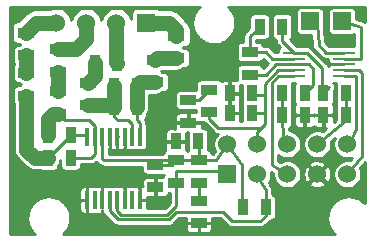
<source format=gtl>
G04 (created by PCBNEW (2013-07-07 BZR 4022)-stable) date 03/12/2013 12:33:29*
%MOIN*%
G04 Gerber Fmt 3.4, Leading zero omitted, Abs format*
%FSLAX34Y34*%
G01*
G70*
G90*
G04 APERTURE LIST*
%ADD10C,0.00590551*%
%ADD11R,0.035X0.055*%
%ADD12R,0.055X0.035*%
%ADD13R,0.06X0.06*%
%ADD14C,0.06*%
%ADD15R,0.0177X0.059*%
%ADD16R,0.075X0.0098*%
%ADD17C,0.01*%
%ADD18C,0.011811*%
%ADD19C,0.05*%
%ADD20C,0.00984252*%
G04 APERTURE END LIST*
G54D10*
G54D11*
X85225Y-25750D03*
X84475Y-25750D03*
X87425Y-23350D03*
X86675Y-23350D03*
G54D12*
X88050Y-25975D03*
X88050Y-26725D03*
G54D11*
X90525Y-24250D03*
X91275Y-24250D03*
X90525Y-23600D03*
X91275Y-23600D03*
X92275Y-24325D03*
X93025Y-24325D03*
X93650Y-24325D03*
X94400Y-24325D03*
G54D13*
X90450Y-26300D03*
G54D14*
X90450Y-25300D03*
X91450Y-26300D03*
X91450Y-25300D03*
X92450Y-26300D03*
X92450Y-25300D03*
X93450Y-26300D03*
X93450Y-25300D03*
X94450Y-26300D03*
X94450Y-25300D03*
G54D12*
X83750Y-21575D03*
X83750Y-22325D03*
X84800Y-22125D03*
X84800Y-22875D03*
G54D11*
X86775Y-22575D03*
X86025Y-22575D03*
G54D12*
X89500Y-25825D03*
X89500Y-26575D03*
X88750Y-21675D03*
X88750Y-22425D03*
X83750Y-22925D03*
X83750Y-23675D03*
X84800Y-23525D03*
X84800Y-24275D03*
X85800Y-23250D03*
X85800Y-24000D03*
X88050Y-22475D03*
X88050Y-23225D03*
G54D11*
X84475Y-25000D03*
X85225Y-25000D03*
X87425Y-24050D03*
X86675Y-24050D03*
X90975Y-27400D03*
X91725Y-27400D03*
G54D12*
X88750Y-26575D03*
X88750Y-25825D03*
X91200Y-22225D03*
X91200Y-22975D03*
G54D11*
X92275Y-21375D03*
X91525Y-21375D03*
X92275Y-23600D03*
X93025Y-23600D03*
X94400Y-23600D03*
X93650Y-23600D03*
G54D15*
X85775Y-27159D03*
X86025Y-27159D03*
X86275Y-27159D03*
X86525Y-27159D03*
X86775Y-27159D03*
X87025Y-27159D03*
X87275Y-27159D03*
X87525Y-27159D03*
X87525Y-25041D03*
X87275Y-25041D03*
X87025Y-25041D03*
X86775Y-25041D03*
X86525Y-25041D03*
X86275Y-25041D03*
X86025Y-25041D03*
X85775Y-25041D03*
G54D16*
X94330Y-23031D03*
X94330Y-22834D03*
X94330Y-22637D03*
X94330Y-22440D03*
X94330Y-22243D03*
X92676Y-22243D03*
X92676Y-22440D03*
X92676Y-22637D03*
X92676Y-22834D03*
X92676Y-23031D03*
G54D12*
X89500Y-27175D03*
X89500Y-27925D03*
G54D13*
X87750Y-21250D03*
G54D14*
X86750Y-21250D03*
X85750Y-21250D03*
X84750Y-21250D03*
G54D12*
X89150Y-23825D03*
X89150Y-24575D03*
X89850Y-24225D03*
X89850Y-23475D03*
G54D13*
X94275Y-21200D03*
X93200Y-21200D03*
G54D11*
X88725Y-25200D03*
X89475Y-25200D03*
G54D17*
X89500Y-25825D02*
X89500Y-25225D01*
X89500Y-25225D02*
X89475Y-25200D01*
X88050Y-25975D02*
X88600Y-25975D01*
X88600Y-25975D02*
X88750Y-25825D01*
X88050Y-25975D02*
X88125Y-25975D01*
X88275Y-25825D02*
X88050Y-25975D01*
X88125Y-25975D02*
X88275Y-25825D01*
X88750Y-25825D02*
X86325Y-25825D01*
X86325Y-25825D02*
X86275Y-25775D01*
X86275Y-25775D02*
X86275Y-25041D01*
X90450Y-25300D02*
X90950Y-26000D01*
X90950Y-27375D02*
X90975Y-27400D01*
X90950Y-26000D02*
X90950Y-27375D01*
X89500Y-25825D02*
X88750Y-25825D01*
X89500Y-25825D02*
X90075Y-25825D01*
X90075Y-25825D02*
X90450Y-25300D01*
X89850Y-24225D02*
X89850Y-24450D01*
X90150Y-24750D02*
X91575Y-24750D01*
X89850Y-24450D02*
X90150Y-24750D01*
X91450Y-25300D02*
X91425Y-24900D01*
X91425Y-24900D02*
X91575Y-24750D01*
X91575Y-24750D02*
X91700Y-24625D01*
X91700Y-24250D02*
X91275Y-24250D01*
X91700Y-23650D02*
X91325Y-23650D01*
X91325Y-23650D02*
X91275Y-23600D01*
X92676Y-22834D02*
X92140Y-22834D01*
X91700Y-24250D02*
X91700Y-24625D01*
X91700Y-23275D02*
X91700Y-23650D01*
X91700Y-23650D02*
X91700Y-24250D01*
X92140Y-22834D02*
X91700Y-23275D01*
G54D18*
X91450Y-25300D02*
X91458Y-25300D01*
G54D17*
X86775Y-27159D02*
X86775Y-27525D01*
X88750Y-27350D02*
X88750Y-26575D01*
X88450Y-27650D02*
X88750Y-27350D01*
X86900Y-27650D02*
X88450Y-27650D01*
X86775Y-27525D02*
X86900Y-27650D01*
X88750Y-26575D02*
X88750Y-26200D01*
X88750Y-26200D02*
X90100Y-26200D01*
X90450Y-26300D02*
X90400Y-26300D01*
X90400Y-26300D02*
X90100Y-26200D01*
G54D19*
X88750Y-21675D02*
X88750Y-21500D01*
X88500Y-21250D02*
X87750Y-21250D01*
X88750Y-21500D02*
X88500Y-21250D01*
X86750Y-21250D02*
X86750Y-22550D01*
X86750Y-22550D02*
X86775Y-22575D01*
G54D17*
X91725Y-27400D02*
X91725Y-27675D01*
X86525Y-27525D02*
X86525Y-27159D01*
X86800Y-27800D02*
X86525Y-27525D01*
X88500Y-27800D02*
X86800Y-27800D01*
X88750Y-27550D02*
X88500Y-27800D01*
X90300Y-27550D02*
X88750Y-27550D01*
X90600Y-27850D02*
X90300Y-27550D01*
X91550Y-27850D02*
X90600Y-27850D01*
X91725Y-27675D02*
X91550Y-27850D01*
X91450Y-26300D02*
X91450Y-26350D01*
X91725Y-26825D02*
X91725Y-27400D01*
X91450Y-26350D02*
X91725Y-26825D01*
X91450Y-26300D02*
X91350Y-26300D01*
G54D19*
X84750Y-21250D02*
X84075Y-21250D01*
X84075Y-21250D02*
X83750Y-21575D01*
X85750Y-21250D02*
X85750Y-21775D01*
X85400Y-22125D02*
X84800Y-22125D01*
X85750Y-21775D02*
X85400Y-22125D01*
G54D17*
X85750Y-21250D02*
X85525Y-21250D01*
X91925Y-23250D02*
X91925Y-25975D01*
X92143Y-23031D02*
X91925Y-23250D01*
X92676Y-23031D02*
X92143Y-23031D01*
X91925Y-25975D02*
X92450Y-26300D01*
X94330Y-22834D02*
X94834Y-22834D01*
X94925Y-25675D02*
X94450Y-26300D01*
X94925Y-22925D02*
X94925Y-25675D01*
X94834Y-22834D02*
X94925Y-22925D01*
X94450Y-25300D02*
X94508Y-25300D01*
X94743Y-23031D02*
X94330Y-23031D01*
X94750Y-23025D02*
X94743Y-23031D01*
X94750Y-24775D02*
X94750Y-23025D01*
X94508Y-25300D02*
X94750Y-24775D01*
X92275Y-24325D02*
X92300Y-25150D01*
X92300Y-25150D02*
X92450Y-25300D01*
X92275Y-23600D02*
X92275Y-24325D01*
X94400Y-24325D02*
X94400Y-24500D01*
X94400Y-24500D02*
X93450Y-25300D01*
X94400Y-23600D02*
X94400Y-24325D01*
X94330Y-22243D02*
X93743Y-22243D01*
X93488Y-21988D02*
X93438Y-21286D01*
X93743Y-22243D02*
X93488Y-21988D01*
X94330Y-22440D02*
X94890Y-22440D01*
X94900Y-21400D02*
X94275Y-21200D01*
X94900Y-22431D02*
X94900Y-21400D01*
X94890Y-22440D02*
X94900Y-22431D01*
X87525Y-27159D02*
X87525Y-26625D01*
X87525Y-26625D02*
X87550Y-26600D01*
X85775Y-27159D02*
X85775Y-26575D01*
X85775Y-26575D02*
X85800Y-26550D01*
X86275Y-27159D02*
X86275Y-26575D01*
X86275Y-26575D02*
X86300Y-26550D01*
X87025Y-27159D02*
X87025Y-26625D01*
X87025Y-26625D02*
X87050Y-26600D01*
X87025Y-25041D02*
X87025Y-25600D01*
X87025Y-25600D02*
X86750Y-25600D01*
X86775Y-25041D02*
X86775Y-25600D01*
X86750Y-25575D02*
X86750Y-25600D01*
X86775Y-25600D02*
X86750Y-25575D01*
X86525Y-25041D02*
X86525Y-25525D01*
X86600Y-25600D02*
X86750Y-25600D01*
X86525Y-25525D02*
X86600Y-25600D01*
X94330Y-22637D02*
X93887Y-22637D01*
X93887Y-22637D02*
X93750Y-22500D01*
X92275Y-21375D02*
X92275Y-21841D01*
X92275Y-21841D02*
X92676Y-22243D01*
X93600Y-22750D02*
X93600Y-23550D01*
X92676Y-22243D02*
X93093Y-22243D01*
X93093Y-22243D02*
X93600Y-22750D01*
X93600Y-23550D02*
X93650Y-23600D01*
X93825Y-23400D02*
X93650Y-23600D01*
X89500Y-26575D02*
X89500Y-27175D01*
X89150Y-23825D02*
X89500Y-23825D01*
X89500Y-23825D02*
X89850Y-23475D01*
G54D19*
X83750Y-22325D02*
X83750Y-22925D01*
X86025Y-22575D02*
X86025Y-23025D01*
X86025Y-23025D02*
X85800Y-23250D01*
G54D17*
X91200Y-22225D02*
X91200Y-21700D01*
X91200Y-21700D02*
X91525Y-21375D01*
X92676Y-22440D02*
X91940Y-22440D01*
X91725Y-22225D02*
X91200Y-22225D01*
X91940Y-22440D02*
X91725Y-22225D01*
G54D19*
X88750Y-22425D02*
X88100Y-22425D01*
X88100Y-22425D02*
X88050Y-22475D01*
X84800Y-22875D02*
X84800Y-23525D01*
X84800Y-24275D02*
X84650Y-24275D01*
X84475Y-24450D02*
X84475Y-25000D01*
X84650Y-24275D02*
X84475Y-24450D01*
G54D17*
X86025Y-25041D02*
X86025Y-24675D01*
X85025Y-24500D02*
X84800Y-24275D01*
X85850Y-24500D02*
X85025Y-24500D01*
X86025Y-24675D02*
X85850Y-24500D01*
X86025Y-25041D02*
X86025Y-25625D01*
X85900Y-25750D02*
X85225Y-25750D01*
X86025Y-25625D02*
X85900Y-25750D01*
G54D19*
X84475Y-25750D02*
X84025Y-25750D01*
X83750Y-25475D02*
X83750Y-23675D01*
X84025Y-25750D02*
X83750Y-25475D01*
G54D17*
X85225Y-25000D02*
X84475Y-25750D01*
X85225Y-25000D02*
X85734Y-25000D01*
X85734Y-25000D02*
X85775Y-25041D01*
X92676Y-22637D02*
X93162Y-22637D01*
X93300Y-23325D02*
X93025Y-23600D01*
X93300Y-22775D02*
X93300Y-23325D01*
X93162Y-22637D02*
X93300Y-22775D01*
X92676Y-22637D02*
X92062Y-22637D01*
X91725Y-22975D02*
X91200Y-22975D01*
X92062Y-22637D02*
X91725Y-22975D01*
G54D19*
X87425Y-23350D02*
X87425Y-24050D01*
X88050Y-23225D02*
X87550Y-23225D01*
X87550Y-23225D02*
X87425Y-23350D01*
G54D17*
X87425Y-24050D02*
X87425Y-24475D01*
X87525Y-24575D02*
X87525Y-25041D01*
X87425Y-24475D02*
X87525Y-24575D01*
G54D19*
X86675Y-23350D02*
X86675Y-24050D01*
X85800Y-24000D02*
X86625Y-24000D01*
X86625Y-24000D02*
X86675Y-24050D01*
G54D17*
X87275Y-25041D02*
X87275Y-24625D01*
X86675Y-24375D02*
X86675Y-24050D01*
X86800Y-24500D02*
X86675Y-24375D01*
X87150Y-24500D02*
X86800Y-24500D01*
X87275Y-24625D02*
X87150Y-24500D01*
G54D10*
G36*
X86792Y-25050D02*
X86784Y-25050D01*
X86784Y-25077D01*
X86775Y-25086D01*
X86765Y-25077D01*
X86765Y-25050D01*
X86757Y-25050D01*
X86757Y-25031D01*
X86765Y-25031D01*
X86765Y-25023D01*
X86784Y-25023D01*
X86784Y-25031D01*
X86792Y-25031D01*
X86792Y-25050D01*
X86792Y-25050D01*
G37*
G54D20*
X86792Y-25050D02*
X86784Y-25050D01*
X86784Y-25077D01*
X86775Y-25086D01*
X86765Y-25077D01*
X86765Y-25050D01*
X86757Y-25050D01*
X86757Y-25031D01*
X86765Y-25031D01*
X86765Y-25023D01*
X86784Y-25023D01*
X86784Y-25031D01*
X86792Y-25031D01*
X86792Y-25050D01*
G54D10*
G36*
X95032Y-27272D02*
X95009Y-27245D01*
X94995Y-27232D01*
X94980Y-27218D01*
X94978Y-27216D01*
X94978Y-27216D01*
X94978Y-27216D01*
X94901Y-27156D01*
X94885Y-27146D01*
X94868Y-27135D01*
X94865Y-27133D01*
X94865Y-27133D01*
X94778Y-27089D01*
X94760Y-27082D01*
X94742Y-27075D01*
X94739Y-27074D01*
X94645Y-27048D01*
X94625Y-27044D01*
X94606Y-27041D01*
X94603Y-27040D01*
X94603Y-27040D01*
X94506Y-27033D01*
X94486Y-27033D01*
X94466Y-27033D01*
X94463Y-27034D01*
X94366Y-27045D01*
X94347Y-27050D01*
X94328Y-27054D01*
X94325Y-27054D01*
X94232Y-27085D01*
X94214Y-27093D01*
X94196Y-27100D01*
X94193Y-27102D01*
X94193Y-27102D01*
X94193Y-27102D01*
X94108Y-27149D01*
X94092Y-27160D01*
X94076Y-27171D01*
X94073Y-27173D01*
X93999Y-27237D01*
X93985Y-27251D01*
X93971Y-27265D01*
X93970Y-27267D01*
X93919Y-27331D01*
X93919Y-26309D01*
X93912Y-26218D01*
X93887Y-26130D01*
X93846Y-26048D01*
X93835Y-26032D01*
X93759Y-26004D01*
X93745Y-26018D01*
X93745Y-25990D01*
X93717Y-25914D01*
X93637Y-25869D01*
X93550Y-25841D01*
X93459Y-25830D01*
X93368Y-25837D01*
X93280Y-25862D01*
X93198Y-25903D01*
X93182Y-25914D01*
X93154Y-25990D01*
X93450Y-26286D01*
X93745Y-25990D01*
X93745Y-26018D01*
X93463Y-26300D01*
X93759Y-26595D01*
X93835Y-26567D01*
X93880Y-26487D01*
X93908Y-26400D01*
X93919Y-26309D01*
X93919Y-27331D01*
X93909Y-27344D01*
X93898Y-27360D01*
X93887Y-27377D01*
X93886Y-27379D01*
X93841Y-27466D01*
X93834Y-27484D01*
X93827Y-27503D01*
X93826Y-27506D01*
X93799Y-27599D01*
X93795Y-27619D01*
X93791Y-27638D01*
X93791Y-27641D01*
X93783Y-27738D01*
X93783Y-27758D01*
X93783Y-27778D01*
X93784Y-27781D01*
X93794Y-27878D01*
X93799Y-27897D01*
X93802Y-27916D01*
X93803Y-27919D01*
X93833Y-28012D01*
X93841Y-28030D01*
X93848Y-28048D01*
X93849Y-28051D01*
X93897Y-28137D01*
X93908Y-28153D01*
X93919Y-28169D01*
X93920Y-28172D01*
X93983Y-28246D01*
X93997Y-28260D01*
X94011Y-28274D01*
X94013Y-28276D01*
X94013Y-28276D01*
X94021Y-28282D01*
X93745Y-28282D01*
X93745Y-26609D01*
X93450Y-26313D01*
X93436Y-26327D01*
X93436Y-26300D01*
X93140Y-26004D01*
X93064Y-26032D01*
X93019Y-26112D01*
X92991Y-26199D01*
X92980Y-26290D01*
X92987Y-26381D01*
X93012Y-26469D01*
X93053Y-26551D01*
X93064Y-26567D01*
X93140Y-26595D01*
X93436Y-26300D01*
X93436Y-26327D01*
X93154Y-26609D01*
X93182Y-26685D01*
X93262Y-26730D01*
X93349Y-26758D01*
X93440Y-26769D01*
X93531Y-26762D01*
X93619Y-26737D01*
X93701Y-26696D01*
X93717Y-26685D01*
X93745Y-26609D01*
X93745Y-28282D01*
X89942Y-28282D01*
X89942Y-28116D01*
X89942Y-27976D01*
X89900Y-27934D01*
X89509Y-27934D01*
X89509Y-28225D01*
X89551Y-28267D01*
X89759Y-28267D01*
X89792Y-28267D01*
X89824Y-28260D01*
X89854Y-28247D01*
X89882Y-28229D01*
X89905Y-28206D01*
X89923Y-28178D01*
X89935Y-28148D01*
X89942Y-28116D01*
X89942Y-28282D01*
X89490Y-28282D01*
X89490Y-28225D01*
X89490Y-27934D01*
X89099Y-27934D01*
X89057Y-27976D01*
X89057Y-28116D01*
X89064Y-28148D01*
X89076Y-28178D01*
X89094Y-28206D01*
X89117Y-28229D01*
X89145Y-28247D01*
X89175Y-28260D01*
X89207Y-28267D01*
X89240Y-28267D01*
X89448Y-28267D01*
X89490Y-28225D01*
X89490Y-28282D01*
X85765Y-28282D01*
X85765Y-27579D01*
X85765Y-27168D01*
X85765Y-27149D01*
X85765Y-26738D01*
X85723Y-26696D01*
X85670Y-26696D01*
X85637Y-26703D01*
X85607Y-26715D01*
X85580Y-26733D01*
X85556Y-26756D01*
X85538Y-26784D01*
X85525Y-26814D01*
X85519Y-26846D01*
X85519Y-26879D01*
X85519Y-27107D01*
X85561Y-27149D01*
X85765Y-27149D01*
X85765Y-27168D01*
X85561Y-27168D01*
X85519Y-27210D01*
X85519Y-27438D01*
X85519Y-27471D01*
X85525Y-27503D01*
X85538Y-27533D01*
X85556Y-27561D01*
X85580Y-27584D01*
X85607Y-27602D01*
X85637Y-27614D01*
X85670Y-27621D01*
X85723Y-27621D01*
X85765Y-27579D01*
X85765Y-28282D01*
X84977Y-28282D01*
X84993Y-28269D01*
X85007Y-28255D01*
X85021Y-28242D01*
X85023Y-28239D01*
X85023Y-28239D01*
X85023Y-28239D01*
X85023Y-28239D01*
X85084Y-28164D01*
X85095Y-28147D01*
X85106Y-28131D01*
X85108Y-28128D01*
X85108Y-28128D01*
X85154Y-28042D01*
X85161Y-28024D01*
X85169Y-28006D01*
X85170Y-28003D01*
X85198Y-27909D01*
X85202Y-27890D01*
X85206Y-27871D01*
X85206Y-27868D01*
X85216Y-27771D01*
X85216Y-27760D01*
X85217Y-27749D01*
X85217Y-27746D01*
X85217Y-27733D01*
X85215Y-27722D01*
X85215Y-27711D01*
X85215Y-27708D01*
X85203Y-27611D01*
X85198Y-27592D01*
X85194Y-27573D01*
X85193Y-27570D01*
X85193Y-27570D01*
X85162Y-27478D01*
X85154Y-27460D01*
X85147Y-27441D01*
X85145Y-27439D01*
X85145Y-27439D01*
X85097Y-27354D01*
X85086Y-27338D01*
X85075Y-27322D01*
X85073Y-27319D01*
X85009Y-27245D01*
X84995Y-27232D01*
X84980Y-27218D01*
X84978Y-27216D01*
X84978Y-27216D01*
X84978Y-27216D01*
X84901Y-27156D01*
X84885Y-27146D01*
X84868Y-27135D01*
X84865Y-27133D01*
X84865Y-27133D01*
X84778Y-27089D01*
X84760Y-27082D01*
X84742Y-27075D01*
X84739Y-27074D01*
X84645Y-27048D01*
X84625Y-27044D01*
X84606Y-27041D01*
X84603Y-27040D01*
X84603Y-27040D01*
X84506Y-27033D01*
X84486Y-27033D01*
X84466Y-27033D01*
X84463Y-27034D01*
X84366Y-27045D01*
X84347Y-27050D01*
X84328Y-27054D01*
X84325Y-27054D01*
X84232Y-27085D01*
X84214Y-27093D01*
X84196Y-27100D01*
X84193Y-27102D01*
X84193Y-27102D01*
X84193Y-27102D01*
X84108Y-27149D01*
X84092Y-27160D01*
X84076Y-27171D01*
X84073Y-27173D01*
X83999Y-27237D01*
X83985Y-27251D01*
X83971Y-27265D01*
X83970Y-27267D01*
X83909Y-27344D01*
X83898Y-27360D01*
X83887Y-27377D01*
X83886Y-27379D01*
X83841Y-27466D01*
X83834Y-27484D01*
X83827Y-27503D01*
X83826Y-27506D01*
X83799Y-27599D01*
X83795Y-27619D01*
X83791Y-27638D01*
X83791Y-27641D01*
X83783Y-27738D01*
X83783Y-27758D01*
X83783Y-27778D01*
X83784Y-27781D01*
X83794Y-27878D01*
X83799Y-27897D01*
X83802Y-27916D01*
X83803Y-27919D01*
X83833Y-28012D01*
X83841Y-28030D01*
X83848Y-28048D01*
X83849Y-28051D01*
X83897Y-28137D01*
X83908Y-28153D01*
X83919Y-28169D01*
X83920Y-28172D01*
X83983Y-28246D01*
X83997Y-28260D01*
X84011Y-28274D01*
X84013Y-28276D01*
X84013Y-28276D01*
X84021Y-28282D01*
X83217Y-28282D01*
X83217Y-20717D01*
X89522Y-20717D01*
X89506Y-20730D01*
X89492Y-20744D01*
X89478Y-20757D01*
X89476Y-20760D01*
X89415Y-20835D01*
X89404Y-20852D01*
X89393Y-20868D01*
X89391Y-20871D01*
X89345Y-20957D01*
X89338Y-20975D01*
X89330Y-20993D01*
X89329Y-20996D01*
X89301Y-21090D01*
X89297Y-21109D01*
X89293Y-21128D01*
X89293Y-21131D01*
X89283Y-21228D01*
X89283Y-21239D01*
X89282Y-21250D01*
X89282Y-21253D01*
X89282Y-21266D01*
X89284Y-21277D01*
X89284Y-21288D01*
X89284Y-21291D01*
X89296Y-21388D01*
X89301Y-21407D01*
X89305Y-21426D01*
X89306Y-21429D01*
X89337Y-21521D01*
X89345Y-21539D01*
X89352Y-21558D01*
X89354Y-21560D01*
X89402Y-21645D01*
X89413Y-21661D01*
X89424Y-21677D01*
X89426Y-21680D01*
X89426Y-21680D01*
X89426Y-21680D01*
X89426Y-21680D01*
X89490Y-21754D01*
X89504Y-21767D01*
X89519Y-21781D01*
X89521Y-21783D01*
X89598Y-21843D01*
X89614Y-21853D01*
X89631Y-21864D01*
X89634Y-21866D01*
X89634Y-21866D01*
X89634Y-21866D01*
X89634Y-21866D01*
X89721Y-21910D01*
X89739Y-21917D01*
X89757Y-21924D01*
X89760Y-21925D01*
X89760Y-21925D01*
X89854Y-21951D01*
X89874Y-21955D01*
X89893Y-21958D01*
X89896Y-21959D01*
X89896Y-21959D01*
X89993Y-21966D01*
X90013Y-21966D01*
X90033Y-21966D01*
X90036Y-21965D01*
X90036Y-21965D01*
X90133Y-21954D01*
X90152Y-21949D01*
X90171Y-21945D01*
X90174Y-21945D01*
X90267Y-21914D01*
X90285Y-21906D01*
X90303Y-21899D01*
X90306Y-21897D01*
X90306Y-21897D01*
X90391Y-21850D01*
X90407Y-21839D01*
X90423Y-21828D01*
X90426Y-21826D01*
X90426Y-21826D01*
X90426Y-21826D01*
X90426Y-21826D01*
X90500Y-21762D01*
X90514Y-21748D01*
X90528Y-21734D01*
X90529Y-21732D01*
X90590Y-21655D01*
X90601Y-21639D01*
X90612Y-21622D01*
X90613Y-21620D01*
X90613Y-21620D01*
X90658Y-21533D01*
X90665Y-21515D01*
X90672Y-21496D01*
X90673Y-21493D01*
X90700Y-21400D01*
X90704Y-21380D01*
X90708Y-21361D01*
X90708Y-21358D01*
X90708Y-21358D01*
X90716Y-21261D01*
X90716Y-21241D01*
X90716Y-21221D01*
X90715Y-21218D01*
X90715Y-21218D01*
X90705Y-21121D01*
X90700Y-21102D01*
X90697Y-21083D01*
X90696Y-21080D01*
X90666Y-20987D01*
X90658Y-20969D01*
X90651Y-20951D01*
X90650Y-20948D01*
X90650Y-20948D01*
X90602Y-20862D01*
X90591Y-20846D01*
X90580Y-20830D01*
X90579Y-20827D01*
X90579Y-20827D01*
X90516Y-20753D01*
X90502Y-20739D01*
X90488Y-20725D01*
X90486Y-20723D01*
X90478Y-20717D01*
X95032Y-20717D01*
X95032Y-21228D01*
X95026Y-21224D01*
X95021Y-21219D01*
X95017Y-21217D01*
X95007Y-21210D01*
X94989Y-21202D01*
X94984Y-21199D01*
X94980Y-21198D01*
X94969Y-21193D01*
X94966Y-21192D01*
X94742Y-21121D01*
X94742Y-20883D01*
X94735Y-20851D01*
X94723Y-20821D01*
X94705Y-20793D01*
X94682Y-20770D01*
X94654Y-20752D01*
X94624Y-20739D01*
X94592Y-20732D01*
X94559Y-20732D01*
X93958Y-20732D01*
X93926Y-20739D01*
X93896Y-20751D01*
X93868Y-20769D01*
X93845Y-20792D01*
X93827Y-20820D01*
X93814Y-20850D01*
X93807Y-20882D01*
X93807Y-20915D01*
X93807Y-21516D01*
X93814Y-21548D01*
X93826Y-21578D01*
X93844Y-21606D01*
X93867Y-21629D01*
X93895Y-21647D01*
X93925Y-21660D01*
X93957Y-21667D01*
X93990Y-21667D01*
X94591Y-21667D01*
X94623Y-21660D01*
X94653Y-21648D01*
X94681Y-21630D01*
X94682Y-21628D01*
X94682Y-22027D01*
X94342Y-22027D01*
X94333Y-22026D01*
X94330Y-22026D01*
X93833Y-22026D01*
X93699Y-21892D01*
X93667Y-21445D01*
X93667Y-20883D01*
X93660Y-20851D01*
X93648Y-20821D01*
X93630Y-20793D01*
X93607Y-20770D01*
X93579Y-20752D01*
X93549Y-20739D01*
X93517Y-20732D01*
X93484Y-20732D01*
X92883Y-20732D01*
X92851Y-20739D01*
X92821Y-20751D01*
X92793Y-20769D01*
X92770Y-20792D01*
X92752Y-20820D01*
X92739Y-20850D01*
X92732Y-20882D01*
X92732Y-20915D01*
X92732Y-21516D01*
X92739Y-21548D01*
X92751Y-21578D01*
X92769Y-21606D01*
X92792Y-21629D01*
X92820Y-21647D01*
X92850Y-21660D01*
X92882Y-21667D01*
X92915Y-21667D01*
X93247Y-21667D01*
X93271Y-22003D01*
X93273Y-22012D01*
X93274Y-22028D01*
X93277Y-22039D01*
X93278Y-22045D01*
X93282Y-22053D01*
X93286Y-22068D01*
X93291Y-22078D01*
X93293Y-22085D01*
X93298Y-22092D01*
X93305Y-22106D01*
X93312Y-22115D01*
X93316Y-22121D01*
X93322Y-22127D01*
X93332Y-22139D01*
X93334Y-22141D01*
X93590Y-22397D01*
X93605Y-22410D01*
X93621Y-22423D01*
X93622Y-22423D01*
X93622Y-22424D01*
X93640Y-22433D01*
X93658Y-22443D01*
X93659Y-22443D01*
X93660Y-22444D01*
X93679Y-22450D01*
X93698Y-22456D01*
X93699Y-22456D01*
X93700Y-22456D01*
X93720Y-22458D01*
X93740Y-22461D01*
X93742Y-22461D01*
X93743Y-22461D01*
X93743Y-22461D01*
X93743Y-22461D01*
X93788Y-22461D01*
X93788Y-22506D01*
X93794Y-22538D01*
X93795Y-22539D01*
X93794Y-22540D01*
X93788Y-22572D01*
X93788Y-22586D01*
X93830Y-22627D01*
X93861Y-22627D01*
X93875Y-22637D01*
X93876Y-22637D01*
X93861Y-22647D01*
X93830Y-22647D01*
X93803Y-22674D01*
X93801Y-22669D01*
X93801Y-22668D01*
X93800Y-22667D01*
X93791Y-22649D01*
X93782Y-22631D01*
X93781Y-22630D01*
X93781Y-22629D01*
X93768Y-22614D01*
X93755Y-22598D01*
X93754Y-22596D01*
X93754Y-22596D01*
X93754Y-22596D01*
X93753Y-22596D01*
X93247Y-22090D01*
X93231Y-22077D01*
X93216Y-22064D01*
X93215Y-22063D01*
X93214Y-22063D01*
X93197Y-22053D01*
X93179Y-22044D01*
X93178Y-22043D01*
X93177Y-22043D01*
X93158Y-22037D01*
X93138Y-22031D01*
X93137Y-22031D01*
X93136Y-22030D01*
X93116Y-22028D01*
X93096Y-22026D01*
X93094Y-22026D01*
X93094Y-22026D01*
X93094Y-22026D01*
X93093Y-22026D01*
X92766Y-22026D01*
X92534Y-21794D01*
X92556Y-21780D01*
X92579Y-21757D01*
X92597Y-21729D01*
X92610Y-21699D01*
X92617Y-21667D01*
X92617Y-21634D01*
X92617Y-21083D01*
X92610Y-21051D01*
X92598Y-21021D01*
X92580Y-20993D01*
X92557Y-20970D01*
X92529Y-20952D01*
X92499Y-20939D01*
X92467Y-20932D01*
X92434Y-20932D01*
X92083Y-20932D01*
X92051Y-20939D01*
X92021Y-20951D01*
X91993Y-20969D01*
X91970Y-20992D01*
X91952Y-21020D01*
X91939Y-21050D01*
X91932Y-21082D01*
X91932Y-21115D01*
X91932Y-21666D01*
X91939Y-21698D01*
X91951Y-21728D01*
X91969Y-21756D01*
X91992Y-21779D01*
X92020Y-21797D01*
X92050Y-21810D01*
X92057Y-21812D01*
X92057Y-21841D01*
X92059Y-21861D01*
X92061Y-21881D01*
X92061Y-21882D01*
X92061Y-21884D01*
X92067Y-21903D01*
X92073Y-21922D01*
X92073Y-21923D01*
X92074Y-21924D01*
X92083Y-21942D01*
X92092Y-21960D01*
X92093Y-21961D01*
X92093Y-21962D01*
X92106Y-21977D01*
X92119Y-21993D01*
X92120Y-21994D01*
X92120Y-21994D01*
X92120Y-21995D01*
X92121Y-21995D01*
X92192Y-22067D01*
X92172Y-22087D01*
X92154Y-22114D01*
X92141Y-22145D01*
X92134Y-22177D01*
X92134Y-22210D01*
X92134Y-22223D01*
X92030Y-22223D01*
X91878Y-22071D01*
X91863Y-22058D01*
X91847Y-22045D01*
X91846Y-22045D01*
X91845Y-22044D01*
X91828Y-22034D01*
X91810Y-22025D01*
X91809Y-22024D01*
X91808Y-22024D01*
X91789Y-22018D01*
X91770Y-22012D01*
X91769Y-22012D01*
X91767Y-22011D01*
X91747Y-22009D01*
X91728Y-22007D01*
X91725Y-22007D01*
X91725Y-22007D01*
X91725Y-22007D01*
X91725Y-22007D01*
X91637Y-22007D01*
X91635Y-22001D01*
X91623Y-21971D01*
X91605Y-21943D01*
X91582Y-21920D01*
X91554Y-21902D01*
X91524Y-21889D01*
X91492Y-21882D01*
X91459Y-21882D01*
X91417Y-21882D01*
X91417Y-21817D01*
X91716Y-21817D01*
X91748Y-21810D01*
X91778Y-21798D01*
X91806Y-21780D01*
X91829Y-21757D01*
X91847Y-21729D01*
X91860Y-21699D01*
X91867Y-21667D01*
X91867Y-21634D01*
X91867Y-21083D01*
X91860Y-21051D01*
X91848Y-21021D01*
X91830Y-20993D01*
X91807Y-20970D01*
X91779Y-20952D01*
X91749Y-20939D01*
X91717Y-20932D01*
X91684Y-20932D01*
X91333Y-20932D01*
X91301Y-20939D01*
X91271Y-20951D01*
X91243Y-20969D01*
X91220Y-20992D01*
X91202Y-21020D01*
X91189Y-21050D01*
X91182Y-21082D01*
X91182Y-21115D01*
X91182Y-21410D01*
X91046Y-21546D01*
X91033Y-21561D01*
X91020Y-21577D01*
X91020Y-21578D01*
X91019Y-21579D01*
X91009Y-21596D01*
X91000Y-21614D01*
X90999Y-21615D01*
X90999Y-21616D01*
X90993Y-21635D01*
X90987Y-21654D01*
X90987Y-21655D01*
X90986Y-21657D01*
X90984Y-21677D01*
X90982Y-21696D01*
X90982Y-21699D01*
X90982Y-21699D01*
X90982Y-21699D01*
X90982Y-21700D01*
X90982Y-21882D01*
X90908Y-21882D01*
X90876Y-21889D01*
X90846Y-21901D01*
X90818Y-21919D01*
X90795Y-21942D01*
X90777Y-21970D01*
X90764Y-22000D01*
X90757Y-22032D01*
X90757Y-22065D01*
X90757Y-22416D01*
X90764Y-22448D01*
X90776Y-22478D01*
X90794Y-22506D01*
X90817Y-22529D01*
X90845Y-22547D01*
X90875Y-22560D01*
X90907Y-22567D01*
X90940Y-22567D01*
X91491Y-22567D01*
X91523Y-22560D01*
X91553Y-22548D01*
X91581Y-22530D01*
X91604Y-22507D01*
X91622Y-22479D01*
X91635Y-22449D01*
X91636Y-22444D01*
X91787Y-22594D01*
X91793Y-22599D01*
X91636Y-22755D01*
X91635Y-22751D01*
X91623Y-22721D01*
X91605Y-22693D01*
X91582Y-22670D01*
X91554Y-22652D01*
X91524Y-22639D01*
X91492Y-22632D01*
X91459Y-22632D01*
X90908Y-22632D01*
X90876Y-22639D01*
X90846Y-22651D01*
X90818Y-22669D01*
X90795Y-22692D01*
X90777Y-22720D01*
X90764Y-22750D01*
X90757Y-22782D01*
X90757Y-22815D01*
X90757Y-23166D01*
X90757Y-23167D01*
X90748Y-23164D01*
X90716Y-23157D01*
X90576Y-23157D01*
X90534Y-23199D01*
X90534Y-23590D01*
X90825Y-23590D01*
X90867Y-23548D01*
X90867Y-23340D01*
X90867Y-23307D01*
X90867Y-23307D01*
X90875Y-23310D01*
X90907Y-23317D01*
X90932Y-23317D01*
X90932Y-23340D01*
X90932Y-23891D01*
X90939Y-23923D01*
X90939Y-23924D01*
X90939Y-23925D01*
X90932Y-23957D01*
X90932Y-23990D01*
X90932Y-24532D01*
X90867Y-24532D01*
X90867Y-24509D01*
X90867Y-23990D01*
X90867Y-23957D01*
X90860Y-23925D01*
X90860Y-23925D01*
X90860Y-23924D01*
X90867Y-23892D01*
X90867Y-23859D01*
X90867Y-23651D01*
X90825Y-23609D01*
X90534Y-23609D01*
X90534Y-23849D01*
X90534Y-24000D01*
X90534Y-24240D01*
X90825Y-24240D01*
X90867Y-24198D01*
X90867Y-23990D01*
X90867Y-24509D01*
X90867Y-24301D01*
X90825Y-24259D01*
X90534Y-24259D01*
X90534Y-24267D01*
X90515Y-24267D01*
X90515Y-24259D01*
X90507Y-24259D01*
X90507Y-24240D01*
X90515Y-24240D01*
X90515Y-24000D01*
X90515Y-23849D01*
X90515Y-23609D01*
X90507Y-23609D01*
X90507Y-23590D01*
X90515Y-23590D01*
X90515Y-23199D01*
X90473Y-23157D01*
X90333Y-23157D01*
X90301Y-23164D01*
X90271Y-23176D01*
X90251Y-23189D01*
X90232Y-23170D01*
X90204Y-23152D01*
X90174Y-23139D01*
X90142Y-23132D01*
X90109Y-23132D01*
X89558Y-23132D01*
X89526Y-23139D01*
X89496Y-23151D01*
X89468Y-23169D01*
X89445Y-23192D01*
X89427Y-23220D01*
X89414Y-23250D01*
X89407Y-23282D01*
X89407Y-23315D01*
X89407Y-23482D01*
X88858Y-23482D01*
X88826Y-23489D01*
X88796Y-23501D01*
X88768Y-23519D01*
X88745Y-23542D01*
X88727Y-23570D01*
X88714Y-23600D01*
X88707Y-23632D01*
X88707Y-23665D01*
X88707Y-24016D01*
X88714Y-24048D01*
X88726Y-24078D01*
X88744Y-24106D01*
X88767Y-24129D01*
X88795Y-24147D01*
X88825Y-24160D01*
X88857Y-24167D01*
X88890Y-24167D01*
X89407Y-24167D01*
X89407Y-24232D01*
X89201Y-24232D01*
X89159Y-24274D01*
X89159Y-24565D01*
X89547Y-24565D01*
X89557Y-24567D01*
X89590Y-24567D01*
X89667Y-24567D01*
X89667Y-24568D01*
X89668Y-24569D01*
X89668Y-24570D01*
X89681Y-24585D01*
X89694Y-24601D01*
X89695Y-24603D01*
X89695Y-24603D01*
X89695Y-24603D01*
X89696Y-24603D01*
X89996Y-24903D01*
X90011Y-24916D01*
X90027Y-24929D01*
X90028Y-24929D01*
X90029Y-24930D01*
X90046Y-24940D01*
X90064Y-24949D01*
X90065Y-24950D01*
X90066Y-24950D01*
X90085Y-24956D01*
X90104Y-24962D01*
X90105Y-24962D01*
X90107Y-24963D01*
X90124Y-24964D01*
X90090Y-24998D01*
X90038Y-25073D01*
X90002Y-25158D01*
X89983Y-25247D01*
X89982Y-25339D01*
X89998Y-25429D01*
X90031Y-25512D01*
X89963Y-25607D01*
X89937Y-25607D01*
X89935Y-25601D01*
X89923Y-25571D01*
X89905Y-25543D01*
X89882Y-25520D01*
X89854Y-25502D01*
X89824Y-25489D01*
X89817Y-25487D01*
X89817Y-25459D01*
X89817Y-24908D01*
X89810Y-24876D01*
X89798Y-24846D01*
X89780Y-24818D01*
X89757Y-24795D01*
X89729Y-24777D01*
X89699Y-24764D01*
X89667Y-24757D01*
X89634Y-24757D01*
X89592Y-24757D01*
X89592Y-24626D01*
X89550Y-24584D01*
X89159Y-24584D01*
X89159Y-24592D01*
X89140Y-24592D01*
X89140Y-24584D01*
X89140Y-24565D01*
X89140Y-24274D01*
X89098Y-24232D01*
X88890Y-24232D01*
X88857Y-24232D01*
X88825Y-24239D01*
X88795Y-24252D01*
X88767Y-24270D01*
X88744Y-24293D01*
X88726Y-24321D01*
X88714Y-24351D01*
X88707Y-24383D01*
X88707Y-24523D01*
X88749Y-24565D01*
X89140Y-24565D01*
X89140Y-24584D01*
X88749Y-24584D01*
X88707Y-24626D01*
X88707Y-24766D01*
X88713Y-24798D01*
X88673Y-24757D01*
X88533Y-24757D01*
X88501Y-24764D01*
X88471Y-24776D01*
X88443Y-24794D01*
X88420Y-24817D01*
X88402Y-24845D01*
X88389Y-24875D01*
X88382Y-24907D01*
X88382Y-24940D01*
X88382Y-25148D01*
X88424Y-25190D01*
X88715Y-25190D01*
X88715Y-25182D01*
X88734Y-25182D01*
X88734Y-25190D01*
X89025Y-25190D01*
X89067Y-25148D01*
X89067Y-24940D01*
X89067Y-24917D01*
X89098Y-24917D01*
X89139Y-24876D01*
X89132Y-24907D01*
X89132Y-24940D01*
X89132Y-25491D01*
X89136Y-25508D01*
X89124Y-25515D01*
X89104Y-25502D01*
X89074Y-25489D01*
X89067Y-25487D01*
X89067Y-25459D01*
X89067Y-25251D01*
X89025Y-25209D01*
X88734Y-25209D01*
X88734Y-25217D01*
X88715Y-25217D01*
X88715Y-25209D01*
X88424Y-25209D01*
X88382Y-25251D01*
X88382Y-25459D01*
X88382Y-25492D01*
X88386Y-25508D01*
X88368Y-25519D01*
X88345Y-25542D01*
X88327Y-25570D01*
X88314Y-25600D01*
X88312Y-25607D01*
X88277Y-25607D01*
X88277Y-25607D01*
X88277Y-25607D01*
X86492Y-25607D01*
X86492Y-25484D01*
X86515Y-25461D01*
X86515Y-25407D01*
X86524Y-25385D01*
X86525Y-25381D01*
X86525Y-25385D01*
X86534Y-25407D01*
X86534Y-25461D01*
X86576Y-25503D01*
X86629Y-25503D01*
X86650Y-25499D01*
X86670Y-25503D01*
X86723Y-25503D01*
X86765Y-25461D01*
X86765Y-25407D01*
X86774Y-25385D01*
X86775Y-25381D01*
X86775Y-25385D01*
X86784Y-25407D01*
X86784Y-25461D01*
X86826Y-25503D01*
X86879Y-25503D01*
X86900Y-25499D01*
X86920Y-25503D01*
X86973Y-25503D01*
X87015Y-25461D01*
X87015Y-25407D01*
X87024Y-25385D01*
X87024Y-25381D01*
X87025Y-25384D01*
X87034Y-25407D01*
X87034Y-25461D01*
X87076Y-25503D01*
X87129Y-25503D01*
X87150Y-25499D01*
X87168Y-25503D01*
X87201Y-25503D01*
X87379Y-25503D01*
X87400Y-25499D01*
X87418Y-25503D01*
X87451Y-25503D01*
X87629Y-25503D01*
X87662Y-25496D01*
X87692Y-25484D01*
X87719Y-25466D01*
X87743Y-25443D01*
X87761Y-25415D01*
X87774Y-25385D01*
X87780Y-25353D01*
X87780Y-25320D01*
X87780Y-24729D01*
X87774Y-24697D01*
X87761Y-24667D01*
X87743Y-24639D01*
X87742Y-24638D01*
X87742Y-24575D01*
X87740Y-24555D01*
X87738Y-24535D01*
X87738Y-24533D01*
X87738Y-24532D01*
X87732Y-24513D01*
X87726Y-24494D01*
X87726Y-24493D01*
X87725Y-24492D01*
X87716Y-24474D01*
X87707Y-24456D01*
X87706Y-24455D01*
X87706Y-24455D01*
X87729Y-24432D01*
X87747Y-24404D01*
X87760Y-24374D01*
X87767Y-24342D01*
X87767Y-24309D01*
X87767Y-24288D01*
X87769Y-24285D01*
X87808Y-24214D01*
X87833Y-24136D01*
X87842Y-24055D01*
X87842Y-24050D01*
X87842Y-23642D01*
X88050Y-23642D01*
X88131Y-23634D01*
X88209Y-23610D01*
X88280Y-23572D01*
X88287Y-23567D01*
X88341Y-23567D01*
X88373Y-23560D01*
X88403Y-23548D01*
X88431Y-23530D01*
X88454Y-23507D01*
X88472Y-23479D01*
X88485Y-23449D01*
X88492Y-23417D01*
X88492Y-23384D01*
X88492Y-23033D01*
X88485Y-23001D01*
X88473Y-22971D01*
X88455Y-22943D01*
X88432Y-22920D01*
X88404Y-22902D01*
X88374Y-22889D01*
X88342Y-22882D01*
X88309Y-22882D01*
X88288Y-22882D01*
X88285Y-22880D01*
X88229Y-22849D01*
X88243Y-22842D01*
X88750Y-22842D01*
X88831Y-22834D01*
X88909Y-22810D01*
X88980Y-22772D01*
X88987Y-22767D01*
X89041Y-22767D01*
X89073Y-22760D01*
X89103Y-22748D01*
X89131Y-22730D01*
X89154Y-22707D01*
X89172Y-22679D01*
X89185Y-22649D01*
X89192Y-22617D01*
X89192Y-22584D01*
X89192Y-22233D01*
X89185Y-22201D01*
X89173Y-22171D01*
X89155Y-22143D01*
X89132Y-22120D01*
X89104Y-22102D01*
X89074Y-22089D01*
X89042Y-22082D01*
X89009Y-22082D01*
X88988Y-22082D01*
X88985Y-22080D01*
X88970Y-22072D01*
X89000Y-22057D01*
X89000Y-22056D01*
X89045Y-22056D01*
X89085Y-22048D01*
X89122Y-22033D01*
X89156Y-22010D01*
X89185Y-21982D01*
X89207Y-21948D01*
X89223Y-21911D01*
X89231Y-21871D01*
X89231Y-21831D01*
X89231Y-21479D01*
X89223Y-21439D01*
X89208Y-21402D01*
X89185Y-21368D01*
X89184Y-21367D01*
X89174Y-21330D01*
X89172Y-21328D01*
X89172Y-21325D01*
X89152Y-21288D01*
X89133Y-21251D01*
X89131Y-21249D01*
X89130Y-21247D01*
X89103Y-21214D01*
X89077Y-21181D01*
X89074Y-21178D01*
X89074Y-21178D01*
X89073Y-21178D01*
X89072Y-21177D01*
X88822Y-20927D01*
X88790Y-20900D01*
X88758Y-20873D01*
X88755Y-20872D01*
X88754Y-20870D01*
X88716Y-20850D01*
X88679Y-20830D01*
X88677Y-20829D01*
X88675Y-20828D01*
X88635Y-20816D01*
X88594Y-20803D01*
X88592Y-20803D01*
X88590Y-20802D01*
X88548Y-20798D01*
X88506Y-20793D01*
X88501Y-20793D01*
X88501Y-20793D01*
X88501Y-20793D01*
X88500Y-20793D01*
X88185Y-20793D01*
X88182Y-20789D01*
X88148Y-20767D01*
X88111Y-20751D01*
X88071Y-20743D01*
X88031Y-20743D01*
X87429Y-20743D01*
X87389Y-20751D01*
X87352Y-20766D01*
X87318Y-20789D01*
X87289Y-20817D01*
X87267Y-20851D01*
X87251Y-20888D01*
X87243Y-20928D01*
X87243Y-20968D01*
X87243Y-21132D01*
X87237Y-21102D01*
X87199Y-21010D01*
X87144Y-20928D01*
X87074Y-20857D01*
X86992Y-20802D01*
X86900Y-20763D01*
X86803Y-20743D01*
X86703Y-20742D01*
X86606Y-20761D01*
X86514Y-20798D01*
X86430Y-20853D01*
X86359Y-20922D01*
X86303Y-21004D01*
X86264Y-21096D01*
X86249Y-21165D01*
X86237Y-21102D01*
X86199Y-21010D01*
X86144Y-20928D01*
X86074Y-20857D01*
X85992Y-20802D01*
X85900Y-20763D01*
X85803Y-20743D01*
X85703Y-20742D01*
X85606Y-20761D01*
X85514Y-20798D01*
X85430Y-20853D01*
X85359Y-20922D01*
X85303Y-21004D01*
X85264Y-21096D01*
X85249Y-21165D01*
X85237Y-21102D01*
X85199Y-21010D01*
X85144Y-20928D01*
X85074Y-20857D01*
X84992Y-20802D01*
X84900Y-20763D01*
X84803Y-20743D01*
X84703Y-20742D01*
X84606Y-20761D01*
X84527Y-20793D01*
X84075Y-20793D01*
X84033Y-20797D01*
X83990Y-20801D01*
X83988Y-20801D01*
X83986Y-20802D01*
X83945Y-20814D01*
X83905Y-20825D01*
X83903Y-20827D01*
X83900Y-20827D01*
X83863Y-20847D01*
X83826Y-20866D01*
X83824Y-20868D01*
X83822Y-20869D01*
X83789Y-20896D01*
X83756Y-20922D01*
X83753Y-20925D01*
X83753Y-20925D01*
X83753Y-20926D01*
X83752Y-20927D01*
X83485Y-21193D01*
X83454Y-21193D01*
X83414Y-21201D01*
X83377Y-21216D01*
X83343Y-21239D01*
X83314Y-21267D01*
X83292Y-21301D01*
X83276Y-21338D01*
X83268Y-21378D01*
X83268Y-21418D01*
X83268Y-21770D01*
X83276Y-21810D01*
X83291Y-21847D01*
X83314Y-21881D01*
X83342Y-21910D01*
X83376Y-21932D01*
X83413Y-21948D01*
X83453Y-21956D01*
X83493Y-21956D01*
X83500Y-21956D01*
X83528Y-21972D01*
X83521Y-21975D01*
X83512Y-21982D01*
X83458Y-21982D01*
X83426Y-21989D01*
X83396Y-22001D01*
X83368Y-22019D01*
X83345Y-22042D01*
X83327Y-22070D01*
X83314Y-22100D01*
X83307Y-22132D01*
X83307Y-22165D01*
X83307Y-22516D01*
X83314Y-22548D01*
X83326Y-22578D01*
X83332Y-22588D01*
X83332Y-22661D01*
X83327Y-22670D01*
X83314Y-22700D01*
X83307Y-22732D01*
X83307Y-22765D01*
X83307Y-23116D01*
X83314Y-23148D01*
X83326Y-23178D01*
X83344Y-23206D01*
X83367Y-23229D01*
X83395Y-23247D01*
X83425Y-23260D01*
X83457Y-23267D01*
X83490Y-23267D01*
X83512Y-23267D01*
X83516Y-23270D01*
X83570Y-23300D01*
X83521Y-23325D01*
X83512Y-23332D01*
X83458Y-23332D01*
X83426Y-23339D01*
X83396Y-23351D01*
X83368Y-23369D01*
X83345Y-23392D01*
X83327Y-23420D01*
X83314Y-23450D01*
X83307Y-23482D01*
X83307Y-23515D01*
X83307Y-23866D01*
X83314Y-23898D01*
X83326Y-23928D01*
X83332Y-23938D01*
X83332Y-25475D01*
X83336Y-25513D01*
X83339Y-25551D01*
X83340Y-25553D01*
X83340Y-25556D01*
X83351Y-25592D01*
X83362Y-25629D01*
X83363Y-25631D01*
X83364Y-25634D01*
X83382Y-25668D01*
X83400Y-25702D01*
X83401Y-25704D01*
X83402Y-25705D01*
X83426Y-25735D01*
X83450Y-25765D01*
X83453Y-25768D01*
X83453Y-25769D01*
X83453Y-25769D01*
X83454Y-25770D01*
X83729Y-26045D01*
X83759Y-26069D01*
X83789Y-26094D01*
X83791Y-26095D01*
X83792Y-26096D01*
X83826Y-26115D01*
X83860Y-26133D01*
X83862Y-26134D01*
X83864Y-26135D01*
X83901Y-26146D01*
X83938Y-26158D01*
X83940Y-26158D01*
X83942Y-26159D01*
X83980Y-26162D01*
X84019Y-26167D01*
X84023Y-26167D01*
X84023Y-26167D01*
X84023Y-26167D01*
X84025Y-26167D01*
X84211Y-26167D01*
X84220Y-26172D01*
X84250Y-26185D01*
X84282Y-26192D01*
X84315Y-26192D01*
X84666Y-26192D01*
X84698Y-26185D01*
X84728Y-26173D01*
X84756Y-26155D01*
X84779Y-26132D01*
X84797Y-26104D01*
X84810Y-26074D01*
X84817Y-26042D01*
X84817Y-26009D01*
X84817Y-25987D01*
X84820Y-25983D01*
X84859Y-25911D01*
X84882Y-25837D01*
X84882Y-26041D01*
X84889Y-26073D01*
X84901Y-26103D01*
X84919Y-26131D01*
X84942Y-26154D01*
X84970Y-26172D01*
X85000Y-26185D01*
X85032Y-26192D01*
X85065Y-26192D01*
X85416Y-26192D01*
X85448Y-26185D01*
X85478Y-26173D01*
X85506Y-26155D01*
X85529Y-26132D01*
X85547Y-26104D01*
X85560Y-26074D01*
X85567Y-26042D01*
X85567Y-26009D01*
X85567Y-25967D01*
X85900Y-25967D01*
X85919Y-25965D01*
X85939Y-25963D01*
X85941Y-25963D01*
X85942Y-25963D01*
X85961Y-25957D01*
X85980Y-25951D01*
X85981Y-25951D01*
X85982Y-25950D01*
X86000Y-25941D01*
X86018Y-25932D01*
X86019Y-25931D01*
X86020Y-25931D01*
X86035Y-25918D01*
X86051Y-25905D01*
X86053Y-25904D01*
X86053Y-25904D01*
X86053Y-25904D01*
X86053Y-25903D01*
X86082Y-25874D01*
X86083Y-25875D01*
X86092Y-25893D01*
X86093Y-25894D01*
X86093Y-25895D01*
X86106Y-25910D01*
X86119Y-25926D01*
X86120Y-25928D01*
X86120Y-25928D01*
X86120Y-25928D01*
X86121Y-25928D01*
X86171Y-25978D01*
X86186Y-25991D01*
X86202Y-26004D01*
X86203Y-26004D01*
X86204Y-26005D01*
X86221Y-26015D01*
X86239Y-26024D01*
X86240Y-26025D01*
X86241Y-26025D01*
X86260Y-26031D01*
X86279Y-26037D01*
X86280Y-26037D01*
X86282Y-26038D01*
X86302Y-26040D01*
X86321Y-26042D01*
X86324Y-26042D01*
X86324Y-26042D01*
X86324Y-26042D01*
X86325Y-26042D01*
X87607Y-26042D01*
X87607Y-26166D01*
X87614Y-26198D01*
X87626Y-26228D01*
X87644Y-26256D01*
X87667Y-26279D01*
X87695Y-26297D01*
X87725Y-26310D01*
X87757Y-26317D01*
X87790Y-26317D01*
X88328Y-26317D01*
X88327Y-26320D01*
X88314Y-26350D01*
X88307Y-26382D01*
X88307Y-26382D01*
X88101Y-26382D01*
X88059Y-26424D01*
X88059Y-26715D01*
X88067Y-26715D01*
X88067Y-26734D01*
X88059Y-26734D01*
X88059Y-27025D01*
X88101Y-27067D01*
X88309Y-27067D01*
X88342Y-27067D01*
X88374Y-27060D01*
X88404Y-27047D01*
X88432Y-27029D01*
X88455Y-27006D01*
X88473Y-26978D01*
X88485Y-26948D01*
X88492Y-26917D01*
X88532Y-26917D01*
X88532Y-27259D01*
X88359Y-27432D01*
X88040Y-27432D01*
X88040Y-27025D01*
X88040Y-26734D01*
X88032Y-26734D01*
X88032Y-26715D01*
X88040Y-26715D01*
X88040Y-26424D01*
X87998Y-26382D01*
X87790Y-26382D01*
X87757Y-26382D01*
X87725Y-26389D01*
X87695Y-26402D01*
X87667Y-26420D01*
X87644Y-26443D01*
X87626Y-26471D01*
X87614Y-26501D01*
X87607Y-26533D01*
X87607Y-26673D01*
X87631Y-26696D01*
X87629Y-26696D01*
X87576Y-26696D01*
X87534Y-26738D01*
X87534Y-27149D01*
X87738Y-27149D01*
X87780Y-27107D01*
X87780Y-27067D01*
X87790Y-27067D01*
X87998Y-27067D01*
X88040Y-27025D01*
X88040Y-27432D01*
X87780Y-27432D01*
X87780Y-27210D01*
X87738Y-27168D01*
X87534Y-27168D01*
X87534Y-27176D01*
X87530Y-27176D01*
X87530Y-26847D01*
X87524Y-26815D01*
X87515Y-26792D01*
X87515Y-26738D01*
X87473Y-26696D01*
X87420Y-26696D01*
X87399Y-26700D01*
X87381Y-26696D01*
X87348Y-26696D01*
X87170Y-26696D01*
X87150Y-26700D01*
X87129Y-26696D01*
X87076Y-26696D01*
X87034Y-26738D01*
X87034Y-26792D01*
X87025Y-26814D01*
X87025Y-26818D01*
X87024Y-26815D01*
X87015Y-26792D01*
X87015Y-26738D01*
X86973Y-26696D01*
X86920Y-26696D01*
X86899Y-26700D01*
X86881Y-26696D01*
X86848Y-26696D01*
X86670Y-26696D01*
X86649Y-26700D01*
X86631Y-26696D01*
X86598Y-26696D01*
X86420Y-26696D01*
X86400Y-26700D01*
X86379Y-26696D01*
X86326Y-26696D01*
X86284Y-26738D01*
X86284Y-26792D01*
X86275Y-26814D01*
X86275Y-26818D01*
X86274Y-26815D01*
X86265Y-26792D01*
X86265Y-26738D01*
X86223Y-26696D01*
X86170Y-26696D01*
X86149Y-26700D01*
X86131Y-26696D01*
X86098Y-26696D01*
X85920Y-26696D01*
X85900Y-26700D01*
X85879Y-26696D01*
X85826Y-26696D01*
X85784Y-26738D01*
X85784Y-26792D01*
X85775Y-26814D01*
X85769Y-26846D01*
X85769Y-26879D01*
X85769Y-27470D01*
X85775Y-27502D01*
X85784Y-27525D01*
X85784Y-27579D01*
X85826Y-27621D01*
X85879Y-27621D01*
X85900Y-27617D01*
X85918Y-27621D01*
X85951Y-27621D01*
X86129Y-27621D01*
X86150Y-27617D01*
X86170Y-27621D01*
X86223Y-27621D01*
X86265Y-27579D01*
X86265Y-27525D01*
X86274Y-27503D01*
X86274Y-27499D01*
X86275Y-27502D01*
X86284Y-27525D01*
X86284Y-27579D01*
X86326Y-27621D01*
X86331Y-27621D01*
X86333Y-27625D01*
X86342Y-27643D01*
X86343Y-27644D01*
X86343Y-27645D01*
X86356Y-27660D01*
X86369Y-27676D01*
X86370Y-27678D01*
X86370Y-27678D01*
X86370Y-27678D01*
X86371Y-27678D01*
X86646Y-27953D01*
X86661Y-27966D01*
X86677Y-27979D01*
X86678Y-27979D01*
X86679Y-27980D01*
X86696Y-27990D01*
X86714Y-27999D01*
X86715Y-28000D01*
X86716Y-28000D01*
X86735Y-28006D01*
X86754Y-28012D01*
X86755Y-28012D01*
X86757Y-28013D01*
X86777Y-28015D01*
X86796Y-28017D01*
X86799Y-28017D01*
X86799Y-28017D01*
X86799Y-28017D01*
X86800Y-28017D01*
X88500Y-28017D01*
X88519Y-28015D01*
X88539Y-28013D01*
X88541Y-28013D01*
X88542Y-28013D01*
X88561Y-28007D01*
X88580Y-28001D01*
X88581Y-28001D01*
X88582Y-28000D01*
X88600Y-27991D01*
X88618Y-27982D01*
X88619Y-27981D01*
X88620Y-27981D01*
X88635Y-27968D01*
X88651Y-27955D01*
X88653Y-27954D01*
X88653Y-27954D01*
X88653Y-27954D01*
X88653Y-27953D01*
X88840Y-27767D01*
X89057Y-27767D01*
X89057Y-27873D01*
X89099Y-27915D01*
X89490Y-27915D01*
X89490Y-27907D01*
X89509Y-27907D01*
X89509Y-27915D01*
X89900Y-27915D01*
X89942Y-27873D01*
X89942Y-27767D01*
X90209Y-27767D01*
X90446Y-28003D01*
X90461Y-28016D01*
X90477Y-28029D01*
X90478Y-28029D01*
X90479Y-28030D01*
X90496Y-28040D01*
X90514Y-28049D01*
X90515Y-28050D01*
X90516Y-28050D01*
X90535Y-28056D01*
X90554Y-28062D01*
X90555Y-28062D01*
X90557Y-28063D01*
X90577Y-28065D01*
X90596Y-28067D01*
X90599Y-28067D01*
X90599Y-28067D01*
X90599Y-28067D01*
X90600Y-28067D01*
X91550Y-28067D01*
X91569Y-28065D01*
X91589Y-28063D01*
X91591Y-28063D01*
X91592Y-28063D01*
X91611Y-28057D01*
X91630Y-28051D01*
X91631Y-28051D01*
X91632Y-28050D01*
X91650Y-28041D01*
X91668Y-28032D01*
X91669Y-28031D01*
X91670Y-28031D01*
X91685Y-28018D01*
X91701Y-28005D01*
X91703Y-28004D01*
X91703Y-28004D01*
X91703Y-28004D01*
X91703Y-28003D01*
X91864Y-27842D01*
X91916Y-27842D01*
X91948Y-27835D01*
X91978Y-27823D01*
X92006Y-27805D01*
X92029Y-27782D01*
X92047Y-27754D01*
X92060Y-27724D01*
X92067Y-27692D01*
X92067Y-27659D01*
X92067Y-27108D01*
X92060Y-27076D01*
X92048Y-27046D01*
X92030Y-27018D01*
X92007Y-26995D01*
X91979Y-26977D01*
X91949Y-26964D01*
X91942Y-26962D01*
X91942Y-26825D01*
X91941Y-26815D01*
X91941Y-26798D01*
X91938Y-26788D01*
X91938Y-26782D01*
X91935Y-26773D01*
X91931Y-26757D01*
X91927Y-26747D01*
X91925Y-26742D01*
X91921Y-26734D01*
X91914Y-26718D01*
X91913Y-26715D01*
X91829Y-26572D01*
X91858Y-26531D01*
X91895Y-26448D01*
X91915Y-26358D01*
X91917Y-26254D01*
X91910Y-26222D01*
X91983Y-26266D01*
X91982Y-26339D01*
X91998Y-26429D01*
X92032Y-26514D01*
X92081Y-26591D01*
X92145Y-26657D01*
X92220Y-26709D01*
X92304Y-26746D01*
X92394Y-26766D01*
X92486Y-26768D01*
X92576Y-26752D01*
X92661Y-26719D01*
X92739Y-26670D01*
X92805Y-26606D01*
X92858Y-26531D01*
X92895Y-26448D01*
X92915Y-26358D01*
X92917Y-26254D01*
X92899Y-26164D01*
X92864Y-26079D01*
X92813Y-26003D01*
X92749Y-25938D01*
X92673Y-25886D01*
X92588Y-25851D01*
X92499Y-25832D01*
X92407Y-25832D01*
X92317Y-25849D01*
X92232Y-25883D01*
X92211Y-25897D01*
X92142Y-25854D01*
X92142Y-25654D01*
X92145Y-25657D01*
X92220Y-25709D01*
X92304Y-25746D01*
X92394Y-25766D01*
X92486Y-25768D01*
X92576Y-25752D01*
X92661Y-25719D01*
X92739Y-25670D01*
X92805Y-25606D01*
X92858Y-25531D01*
X92895Y-25448D01*
X92915Y-25358D01*
X92917Y-25254D01*
X92899Y-25164D01*
X92864Y-25079D01*
X92813Y-25003D01*
X92749Y-24938D01*
X92673Y-24886D01*
X92588Y-24851D01*
X92507Y-24834D01*
X92505Y-24758D01*
X92528Y-24748D01*
X92556Y-24730D01*
X92579Y-24707D01*
X92597Y-24679D01*
X92610Y-24649D01*
X92617Y-24617D01*
X92617Y-24584D01*
X92617Y-24033D01*
X92610Y-24001D01*
X92598Y-23971D01*
X92592Y-23962D01*
X92597Y-23954D01*
X92610Y-23924D01*
X92617Y-23892D01*
X92617Y-23859D01*
X92617Y-23308D01*
X92610Y-23276D01*
X92599Y-23249D01*
X92676Y-23249D01*
X92686Y-23248D01*
X92700Y-23248D01*
X92689Y-23275D01*
X92682Y-23307D01*
X92682Y-23340D01*
X92682Y-23891D01*
X92689Y-23923D01*
X92701Y-23953D01*
X92707Y-23962D01*
X92702Y-23970D01*
X92689Y-24000D01*
X92682Y-24032D01*
X92682Y-24065D01*
X92682Y-24273D01*
X92724Y-24315D01*
X93015Y-24315D01*
X93015Y-24307D01*
X93034Y-24307D01*
X93034Y-24315D01*
X93325Y-24315D01*
X93337Y-24303D01*
X93349Y-24315D01*
X93640Y-24315D01*
X93640Y-24307D01*
X93659Y-24307D01*
X93659Y-24315D01*
X93950Y-24315D01*
X93992Y-24273D01*
X93992Y-24065D01*
X93992Y-24032D01*
X93985Y-24000D01*
X93972Y-23970D01*
X93967Y-23962D01*
X93972Y-23954D01*
X93985Y-23924D01*
X93992Y-23892D01*
X93992Y-23859D01*
X93992Y-23537D01*
X94013Y-23508D01*
X94030Y-23470D01*
X94040Y-23428D01*
X94041Y-23386D01*
X94035Y-23344D01*
X94020Y-23304D01*
X93998Y-23268D01*
X93979Y-23248D01*
X94075Y-23248D01*
X94064Y-23275D01*
X94057Y-23307D01*
X94057Y-23340D01*
X94057Y-23891D01*
X94064Y-23923D01*
X94076Y-23953D01*
X94082Y-23962D01*
X94077Y-23970D01*
X94064Y-24000D01*
X94057Y-24032D01*
X94057Y-24065D01*
X94057Y-24504D01*
X93992Y-24559D01*
X93992Y-24376D01*
X93950Y-24334D01*
X93659Y-24334D01*
X93659Y-24725D01*
X93701Y-24767D01*
X93745Y-24767D01*
X93640Y-24855D01*
X93640Y-24725D01*
X93640Y-24334D01*
X93349Y-24334D01*
X93337Y-24346D01*
X93325Y-24334D01*
X93034Y-24334D01*
X93034Y-24725D01*
X93076Y-24767D01*
X93216Y-24767D01*
X93248Y-24760D01*
X93278Y-24748D01*
X93306Y-24730D01*
X93329Y-24707D01*
X93337Y-24695D01*
X93345Y-24707D01*
X93368Y-24730D01*
X93396Y-24748D01*
X93426Y-24760D01*
X93458Y-24767D01*
X93598Y-24767D01*
X93640Y-24725D01*
X93640Y-24855D01*
X93626Y-24867D01*
X93588Y-24851D01*
X93499Y-24832D01*
X93407Y-24832D01*
X93317Y-24849D01*
X93232Y-24883D01*
X93155Y-24934D01*
X93090Y-24998D01*
X93038Y-25073D01*
X93015Y-25128D01*
X93015Y-24725D01*
X93015Y-24334D01*
X92724Y-24334D01*
X92682Y-24376D01*
X92682Y-24584D01*
X92682Y-24617D01*
X92689Y-24649D01*
X92702Y-24679D01*
X92720Y-24707D01*
X92743Y-24730D01*
X92771Y-24748D01*
X92801Y-24760D01*
X92833Y-24767D01*
X92973Y-24767D01*
X93015Y-24725D01*
X93015Y-25128D01*
X93002Y-25158D01*
X92983Y-25247D01*
X92982Y-25339D01*
X92998Y-25429D01*
X93032Y-25514D01*
X93081Y-25591D01*
X93145Y-25657D01*
X93220Y-25709D01*
X93304Y-25746D01*
X93394Y-25766D01*
X93486Y-25768D01*
X93576Y-25752D01*
X93661Y-25719D01*
X93739Y-25670D01*
X93805Y-25606D01*
X93858Y-25531D01*
X93895Y-25448D01*
X93915Y-25358D01*
X93917Y-25254D01*
X93906Y-25199D01*
X94028Y-25096D01*
X94002Y-25158D01*
X93983Y-25247D01*
X93982Y-25339D01*
X93998Y-25429D01*
X94032Y-25514D01*
X94081Y-25591D01*
X94145Y-25657D01*
X94220Y-25709D01*
X94304Y-25746D01*
X94394Y-25766D01*
X94486Y-25768D01*
X94576Y-25752D01*
X94599Y-25743D01*
X94527Y-25838D01*
X94499Y-25832D01*
X94407Y-25832D01*
X94317Y-25849D01*
X94232Y-25883D01*
X94155Y-25934D01*
X94090Y-25998D01*
X94038Y-26073D01*
X94002Y-26158D01*
X93983Y-26247D01*
X93982Y-26339D01*
X93998Y-26429D01*
X94032Y-26514D01*
X94081Y-26591D01*
X94145Y-26657D01*
X94220Y-26709D01*
X94304Y-26746D01*
X94394Y-26766D01*
X94486Y-26768D01*
X94576Y-26752D01*
X94661Y-26719D01*
X94739Y-26670D01*
X94805Y-26606D01*
X94858Y-26531D01*
X94895Y-26448D01*
X94915Y-26358D01*
X94917Y-26254D01*
X94899Y-26164D01*
X94873Y-26101D01*
X95032Y-25891D01*
X95032Y-27272D01*
X95032Y-27272D01*
G37*
G54D20*
X95032Y-27272D02*
X95009Y-27245D01*
X94995Y-27232D01*
X94980Y-27218D01*
X94978Y-27216D01*
X94978Y-27216D01*
X94978Y-27216D01*
X94901Y-27156D01*
X94885Y-27146D01*
X94868Y-27135D01*
X94865Y-27133D01*
X94865Y-27133D01*
X94778Y-27089D01*
X94760Y-27082D01*
X94742Y-27075D01*
X94739Y-27074D01*
X94645Y-27048D01*
X94625Y-27044D01*
X94606Y-27041D01*
X94603Y-27040D01*
X94603Y-27040D01*
X94506Y-27033D01*
X94486Y-27033D01*
X94466Y-27033D01*
X94463Y-27034D01*
X94366Y-27045D01*
X94347Y-27050D01*
X94328Y-27054D01*
X94325Y-27054D01*
X94232Y-27085D01*
X94214Y-27093D01*
X94196Y-27100D01*
X94193Y-27102D01*
X94193Y-27102D01*
X94193Y-27102D01*
X94108Y-27149D01*
X94092Y-27160D01*
X94076Y-27171D01*
X94073Y-27173D01*
X93999Y-27237D01*
X93985Y-27251D01*
X93971Y-27265D01*
X93970Y-27267D01*
X93919Y-27331D01*
X93919Y-26309D01*
X93912Y-26218D01*
X93887Y-26130D01*
X93846Y-26048D01*
X93835Y-26032D01*
X93759Y-26004D01*
X93745Y-26018D01*
X93745Y-25990D01*
X93717Y-25914D01*
X93637Y-25869D01*
X93550Y-25841D01*
X93459Y-25830D01*
X93368Y-25837D01*
X93280Y-25862D01*
X93198Y-25903D01*
X93182Y-25914D01*
X93154Y-25990D01*
X93450Y-26286D01*
X93745Y-25990D01*
X93745Y-26018D01*
X93463Y-26300D01*
X93759Y-26595D01*
X93835Y-26567D01*
X93880Y-26487D01*
X93908Y-26400D01*
X93919Y-26309D01*
X93919Y-27331D01*
X93909Y-27344D01*
X93898Y-27360D01*
X93887Y-27377D01*
X93886Y-27379D01*
X93841Y-27466D01*
X93834Y-27484D01*
X93827Y-27503D01*
X93826Y-27506D01*
X93799Y-27599D01*
X93795Y-27619D01*
X93791Y-27638D01*
X93791Y-27641D01*
X93783Y-27738D01*
X93783Y-27758D01*
X93783Y-27778D01*
X93784Y-27781D01*
X93794Y-27878D01*
X93799Y-27897D01*
X93802Y-27916D01*
X93803Y-27919D01*
X93833Y-28012D01*
X93841Y-28030D01*
X93848Y-28048D01*
X93849Y-28051D01*
X93897Y-28137D01*
X93908Y-28153D01*
X93919Y-28169D01*
X93920Y-28172D01*
X93983Y-28246D01*
X93997Y-28260D01*
X94011Y-28274D01*
X94013Y-28276D01*
X94013Y-28276D01*
X94021Y-28282D01*
X93745Y-28282D01*
X93745Y-26609D01*
X93450Y-26313D01*
X93436Y-26327D01*
X93436Y-26300D01*
X93140Y-26004D01*
X93064Y-26032D01*
X93019Y-26112D01*
X92991Y-26199D01*
X92980Y-26290D01*
X92987Y-26381D01*
X93012Y-26469D01*
X93053Y-26551D01*
X93064Y-26567D01*
X93140Y-26595D01*
X93436Y-26300D01*
X93436Y-26327D01*
X93154Y-26609D01*
X93182Y-26685D01*
X93262Y-26730D01*
X93349Y-26758D01*
X93440Y-26769D01*
X93531Y-26762D01*
X93619Y-26737D01*
X93701Y-26696D01*
X93717Y-26685D01*
X93745Y-26609D01*
X93745Y-28282D01*
X89942Y-28282D01*
X89942Y-28116D01*
X89942Y-27976D01*
X89900Y-27934D01*
X89509Y-27934D01*
X89509Y-28225D01*
X89551Y-28267D01*
X89759Y-28267D01*
X89792Y-28267D01*
X89824Y-28260D01*
X89854Y-28247D01*
X89882Y-28229D01*
X89905Y-28206D01*
X89923Y-28178D01*
X89935Y-28148D01*
X89942Y-28116D01*
X89942Y-28282D01*
X89490Y-28282D01*
X89490Y-28225D01*
X89490Y-27934D01*
X89099Y-27934D01*
X89057Y-27976D01*
X89057Y-28116D01*
X89064Y-28148D01*
X89076Y-28178D01*
X89094Y-28206D01*
X89117Y-28229D01*
X89145Y-28247D01*
X89175Y-28260D01*
X89207Y-28267D01*
X89240Y-28267D01*
X89448Y-28267D01*
X89490Y-28225D01*
X89490Y-28282D01*
X85765Y-28282D01*
X85765Y-27579D01*
X85765Y-27168D01*
X85765Y-27149D01*
X85765Y-26738D01*
X85723Y-26696D01*
X85670Y-26696D01*
X85637Y-26703D01*
X85607Y-26715D01*
X85580Y-26733D01*
X85556Y-26756D01*
X85538Y-26784D01*
X85525Y-26814D01*
X85519Y-26846D01*
X85519Y-26879D01*
X85519Y-27107D01*
X85561Y-27149D01*
X85765Y-27149D01*
X85765Y-27168D01*
X85561Y-27168D01*
X85519Y-27210D01*
X85519Y-27438D01*
X85519Y-27471D01*
X85525Y-27503D01*
X85538Y-27533D01*
X85556Y-27561D01*
X85580Y-27584D01*
X85607Y-27602D01*
X85637Y-27614D01*
X85670Y-27621D01*
X85723Y-27621D01*
X85765Y-27579D01*
X85765Y-28282D01*
X84977Y-28282D01*
X84993Y-28269D01*
X85007Y-28255D01*
X85021Y-28242D01*
X85023Y-28239D01*
X85023Y-28239D01*
X85023Y-28239D01*
X85023Y-28239D01*
X85084Y-28164D01*
X85095Y-28147D01*
X85106Y-28131D01*
X85108Y-28128D01*
X85108Y-28128D01*
X85154Y-28042D01*
X85161Y-28024D01*
X85169Y-28006D01*
X85170Y-28003D01*
X85198Y-27909D01*
X85202Y-27890D01*
X85206Y-27871D01*
X85206Y-27868D01*
X85216Y-27771D01*
X85216Y-27760D01*
X85217Y-27749D01*
X85217Y-27746D01*
X85217Y-27733D01*
X85215Y-27722D01*
X85215Y-27711D01*
X85215Y-27708D01*
X85203Y-27611D01*
X85198Y-27592D01*
X85194Y-27573D01*
X85193Y-27570D01*
X85193Y-27570D01*
X85162Y-27478D01*
X85154Y-27460D01*
X85147Y-27441D01*
X85145Y-27439D01*
X85145Y-27439D01*
X85097Y-27354D01*
X85086Y-27338D01*
X85075Y-27322D01*
X85073Y-27319D01*
X85009Y-27245D01*
X84995Y-27232D01*
X84980Y-27218D01*
X84978Y-27216D01*
X84978Y-27216D01*
X84978Y-27216D01*
X84901Y-27156D01*
X84885Y-27146D01*
X84868Y-27135D01*
X84865Y-27133D01*
X84865Y-27133D01*
X84778Y-27089D01*
X84760Y-27082D01*
X84742Y-27075D01*
X84739Y-27074D01*
X84645Y-27048D01*
X84625Y-27044D01*
X84606Y-27041D01*
X84603Y-27040D01*
X84603Y-27040D01*
X84506Y-27033D01*
X84486Y-27033D01*
X84466Y-27033D01*
X84463Y-27034D01*
X84366Y-27045D01*
X84347Y-27050D01*
X84328Y-27054D01*
X84325Y-27054D01*
X84232Y-27085D01*
X84214Y-27093D01*
X84196Y-27100D01*
X84193Y-27102D01*
X84193Y-27102D01*
X84193Y-27102D01*
X84108Y-27149D01*
X84092Y-27160D01*
X84076Y-27171D01*
X84073Y-27173D01*
X83999Y-27237D01*
X83985Y-27251D01*
X83971Y-27265D01*
X83970Y-27267D01*
X83909Y-27344D01*
X83898Y-27360D01*
X83887Y-27377D01*
X83886Y-27379D01*
X83841Y-27466D01*
X83834Y-27484D01*
X83827Y-27503D01*
X83826Y-27506D01*
X83799Y-27599D01*
X83795Y-27619D01*
X83791Y-27638D01*
X83791Y-27641D01*
X83783Y-27738D01*
X83783Y-27758D01*
X83783Y-27778D01*
X83784Y-27781D01*
X83794Y-27878D01*
X83799Y-27897D01*
X83802Y-27916D01*
X83803Y-27919D01*
X83833Y-28012D01*
X83841Y-28030D01*
X83848Y-28048D01*
X83849Y-28051D01*
X83897Y-28137D01*
X83908Y-28153D01*
X83919Y-28169D01*
X83920Y-28172D01*
X83983Y-28246D01*
X83997Y-28260D01*
X84011Y-28274D01*
X84013Y-28276D01*
X84013Y-28276D01*
X84021Y-28282D01*
X83217Y-28282D01*
X83217Y-20717D01*
X89522Y-20717D01*
X89506Y-20730D01*
X89492Y-20744D01*
X89478Y-20757D01*
X89476Y-20760D01*
X89415Y-20835D01*
X89404Y-20852D01*
X89393Y-20868D01*
X89391Y-20871D01*
X89345Y-20957D01*
X89338Y-20975D01*
X89330Y-20993D01*
X89329Y-20996D01*
X89301Y-21090D01*
X89297Y-21109D01*
X89293Y-21128D01*
X89293Y-21131D01*
X89283Y-21228D01*
X89283Y-21239D01*
X89282Y-21250D01*
X89282Y-21253D01*
X89282Y-21266D01*
X89284Y-21277D01*
X89284Y-21288D01*
X89284Y-21291D01*
X89296Y-21388D01*
X89301Y-21407D01*
X89305Y-21426D01*
X89306Y-21429D01*
X89337Y-21521D01*
X89345Y-21539D01*
X89352Y-21558D01*
X89354Y-21560D01*
X89402Y-21645D01*
X89413Y-21661D01*
X89424Y-21677D01*
X89426Y-21680D01*
X89426Y-21680D01*
X89426Y-21680D01*
X89426Y-21680D01*
X89490Y-21754D01*
X89504Y-21767D01*
X89519Y-21781D01*
X89521Y-21783D01*
X89598Y-21843D01*
X89614Y-21853D01*
X89631Y-21864D01*
X89634Y-21866D01*
X89634Y-21866D01*
X89634Y-21866D01*
X89634Y-21866D01*
X89721Y-21910D01*
X89739Y-21917D01*
X89757Y-21924D01*
X89760Y-21925D01*
X89760Y-21925D01*
X89854Y-21951D01*
X89874Y-21955D01*
X89893Y-21958D01*
X89896Y-21959D01*
X89896Y-21959D01*
X89993Y-21966D01*
X90013Y-21966D01*
X90033Y-21966D01*
X90036Y-21965D01*
X90036Y-21965D01*
X90133Y-21954D01*
X90152Y-21949D01*
X90171Y-21945D01*
X90174Y-21945D01*
X90267Y-21914D01*
X90285Y-21906D01*
X90303Y-21899D01*
X90306Y-21897D01*
X90306Y-21897D01*
X90391Y-21850D01*
X90407Y-21839D01*
X90423Y-21828D01*
X90426Y-21826D01*
X90426Y-21826D01*
X90426Y-21826D01*
X90426Y-21826D01*
X90500Y-21762D01*
X90514Y-21748D01*
X90528Y-21734D01*
X90529Y-21732D01*
X90590Y-21655D01*
X90601Y-21639D01*
X90612Y-21622D01*
X90613Y-21620D01*
X90613Y-21620D01*
X90658Y-21533D01*
X90665Y-21515D01*
X90672Y-21496D01*
X90673Y-21493D01*
X90700Y-21400D01*
X90704Y-21380D01*
X90708Y-21361D01*
X90708Y-21358D01*
X90708Y-21358D01*
X90716Y-21261D01*
X90716Y-21241D01*
X90716Y-21221D01*
X90715Y-21218D01*
X90715Y-21218D01*
X90705Y-21121D01*
X90700Y-21102D01*
X90697Y-21083D01*
X90696Y-21080D01*
X90666Y-20987D01*
X90658Y-20969D01*
X90651Y-20951D01*
X90650Y-20948D01*
X90650Y-20948D01*
X90602Y-20862D01*
X90591Y-20846D01*
X90580Y-20830D01*
X90579Y-20827D01*
X90579Y-20827D01*
X90516Y-20753D01*
X90502Y-20739D01*
X90488Y-20725D01*
X90486Y-20723D01*
X90478Y-20717D01*
X95032Y-20717D01*
X95032Y-21228D01*
X95026Y-21224D01*
X95021Y-21219D01*
X95017Y-21217D01*
X95007Y-21210D01*
X94989Y-21202D01*
X94984Y-21199D01*
X94980Y-21198D01*
X94969Y-21193D01*
X94966Y-21192D01*
X94742Y-21121D01*
X94742Y-20883D01*
X94735Y-20851D01*
X94723Y-20821D01*
X94705Y-20793D01*
X94682Y-20770D01*
X94654Y-20752D01*
X94624Y-20739D01*
X94592Y-20732D01*
X94559Y-20732D01*
X93958Y-20732D01*
X93926Y-20739D01*
X93896Y-20751D01*
X93868Y-20769D01*
X93845Y-20792D01*
X93827Y-20820D01*
X93814Y-20850D01*
X93807Y-20882D01*
X93807Y-20915D01*
X93807Y-21516D01*
X93814Y-21548D01*
X93826Y-21578D01*
X93844Y-21606D01*
X93867Y-21629D01*
X93895Y-21647D01*
X93925Y-21660D01*
X93957Y-21667D01*
X93990Y-21667D01*
X94591Y-21667D01*
X94623Y-21660D01*
X94653Y-21648D01*
X94681Y-21630D01*
X94682Y-21628D01*
X94682Y-22027D01*
X94342Y-22027D01*
X94333Y-22026D01*
X94330Y-22026D01*
X93833Y-22026D01*
X93699Y-21892D01*
X93667Y-21445D01*
X93667Y-20883D01*
X93660Y-20851D01*
X93648Y-20821D01*
X93630Y-20793D01*
X93607Y-20770D01*
X93579Y-20752D01*
X93549Y-20739D01*
X93517Y-20732D01*
X93484Y-20732D01*
X92883Y-20732D01*
X92851Y-20739D01*
X92821Y-20751D01*
X92793Y-20769D01*
X92770Y-20792D01*
X92752Y-20820D01*
X92739Y-20850D01*
X92732Y-20882D01*
X92732Y-20915D01*
X92732Y-21516D01*
X92739Y-21548D01*
X92751Y-21578D01*
X92769Y-21606D01*
X92792Y-21629D01*
X92820Y-21647D01*
X92850Y-21660D01*
X92882Y-21667D01*
X92915Y-21667D01*
X93247Y-21667D01*
X93271Y-22003D01*
X93273Y-22012D01*
X93274Y-22028D01*
X93277Y-22039D01*
X93278Y-22045D01*
X93282Y-22053D01*
X93286Y-22068D01*
X93291Y-22078D01*
X93293Y-22085D01*
X93298Y-22092D01*
X93305Y-22106D01*
X93312Y-22115D01*
X93316Y-22121D01*
X93322Y-22127D01*
X93332Y-22139D01*
X93334Y-22141D01*
X93590Y-22397D01*
X93605Y-22410D01*
X93621Y-22423D01*
X93622Y-22423D01*
X93622Y-22424D01*
X93640Y-22433D01*
X93658Y-22443D01*
X93659Y-22443D01*
X93660Y-22444D01*
X93679Y-22450D01*
X93698Y-22456D01*
X93699Y-22456D01*
X93700Y-22456D01*
X93720Y-22458D01*
X93740Y-22461D01*
X93742Y-22461D01*
X93743Y-22461D01*
X93743Y-22461D01*
X93743Y-22461D01*
X93788Y-22461D01*
X93788Y-22506D01*
X93794Y-22538D01*
X93795Y-22539D01*
X93794Y-22540D01*
X93788Y-22572D01*
X93788Y-22586D01*
X93830Y-22627D01*
X93861Y-22627D01*
X93875Y-22637D01*
X93876Y-22637D01*
X93861Y-22647D01*
X93830Y-22647D01*
X93803Y-22674D01*
X93801Y-22669D01*
X93801Y-22668D01*
X93800Y-22667D01*
X93791Y-22649D01*
X93782Y-22631D01*
X93781Y-22630D01*
X93781Y-22629D01*
X93768Y-22614D01*
X93755Y-22598D01*
X93754Y-22596D01*
X93754Y-22596D01*
X93754Y-22596D01*
X93753Y-22596D01*
X93247Y-22090D01*
X93231Y-22077D01*
X93216Y-22064D01*
X93215Y-22063D01*
X93214Y-22063D01*
X93197Y-22053D01*
X93179Y-22044D01*
X93178Y-22043D01*
X93177Y-22043D01*
X93158Y-22037D01*
X93138Y-22031D01*
X93137Y-22031D01*
X93136Y-22030D01*
X93116Y-22028D01*
X93096Y-22026D01*
X93094Y-22026D01*
X93094Y-22026D01*
X93094Y-22026D01*
X93093Y-22026D01*
X92766Y-22026D01*
X92534Y-21794D01*
X92556Y-21780D01*
X92579Y-21757D01*
X92597Y-21729D01*
X92610Y-21699D01*
X92617Y-21667D01*
X92617Y-21634D01*
X92617Y-21083D01*
X92610Y-21051D01*
X92598Y-21021D01*
X92580Y-20993D01*
X92557Y-20970D01*
X92529Y-20952D01*
X92499Y-20939D01*
X92467Y-20932D01*
X92434Y-20932D01*
X92083Y-20932D01*
X92051Y-20939D01*
X92021Y-20951D01*
X91993Y-20969D01*
X91970Y-20992D01*
X91952Y-21020D01*
X91939Y-21050D01*
X91932Y-21082D01*
X91932Y-21115D01*
X91932Y-21666D01*
X91939Y-21698D01*
X91951Y-21728D01*
X91969Y-21756D01*
X91992Y-21779D01*
X92020Y-21797D01*
X92050Y-21810D01*
X92057Y-21812D01*
X92057Y-21841D01*
X92059Y-21861D01*
X92061Y-21881D01*
X92061Y-21882D01*
X92061Y-21884D01*
X92067Y-21903D01*
X92073Y-21922D01*
X92073Y-21923D01*
X92074Y-21924D01*
X92083Y-21942D01*
X92092Y-21960D01*
X92093Y-21961D01*
X92093Y-21962D01*
X92106Y-21977D01*
X92119Y-21993D01*
X92120Y-21994D01*
X92120Y-21994D01*
X92120Y-21995D01*
X92121Y-21995D01*
X92192Y-22067D01*
X92172Y-22087D01*
X92154Y-22114D01*
X92141Y-22145D01*
X92134Y-22177D01*
X92134Y-22210D01*
X92134Y-22223D01*
X92030Y-22223D01*
X91878Y-22071D01*
X91863Y-22058D01*
X91847Y-22045D01*
X91846Y-22045D01*
X91845Y-22044D01*
X91828Y-22034D01*
X91810Y-22025D01*
X91809Y-22024D01*
X91808Y-22024D01*
X91789Y-22018D01*
X91770Y-22012D01*
X91769Y-22012D01*
X91767Y-22011D01*
X91747Y-22009D01*
X91728Y-22007D01*
X91725Y-22007D01*
X91725Y-22007D01*
X91725Y-22007D01*
X91725Y-22007D01*
X91637Y-22007D01*
X91635Y-22001D01*
X91623Y-21971D01*
X91605Y-21943D01*
X91582Y-21920D01*
X91554Y-21902D01*
X91524Y-21889D01*
X91492Y-21882D01*
X91459Y-21882D01*
X91417Y-21882D01*
X91417Y-21817D01*
X91716Y-21817D01*
X91748Y-21810D01*
X91778Y-21798D01*
X91806Y-21780D01*
X91829Y-21757D01*
X91847Y-21729D01*
X91860Y-21699D01*
X91867Y-21667D01*
X91867Y-21634D01*
X91867Y-21083D01*
X91860Y-21051D01*
X91848Y-21021D01*
X91830Y-20993D01*
X91807Y-20970D01*
X91779Y-20952D01*
X91749Y-20939D01*
X91717Y-20932D01*
X91684Y-20932D01*
X91333Y-20932D01*
X91301Y-20939D01*
X91271Y-20951D01*
X91243Y-20969D01*
X91220Y-20992D01*
X91202Y-21020D01*
X91189Y-21050D01*
X91182Y-21082D01*
X91182Y-21115D01*
X91182Y-21410D01*
X91046Y-21546D01*
X91033Y-21561D01*
X91020Y-21577D01*
X91020Y-21578D01*
X91019Y-21579D01*
X91009Y-21596D01*
X91000Y-21614D01*
X90999Y-21615D01*
X90999Y-21616D01*
X90993Y-21635D01*
X90987Y-21654D01*
X90987Y-21655D01*
X90986Y-21657D01*
X90984Y-21677D01*
X90982Y-21696D01*
X90982Y-21699D01*
X90982Y-21699D01*
X90982Y-21699D01*
X90982Y-21700D01*
X90982Y-21882D01*
X90908Y-21882D01*
X90876Y-21889D01*
X90846Y-21901D01*
X90818Y-21919D01*
X90795Y-21942D01*
X90777Y-21970D01*
X90764Y-22000D01*
X90757Y-22032D01*
X90757Y-22065D01*
X90757Y-22416D01*
X90764Y-22448D01*
X90776Y-22478D01*
X90794Y-22506D01*
X90817Y-22529D01*
X90845Y-22547D01*
X90875Y-22560D01*
X90907Y-22567D01*
X90940Y-22567D01*
X91491Y-22567D01*
X91523Y-22560D01*
X91553Y-22548D01*
X91581Y-22530D01*
X91604Y-22507D01*
X91622Y-22479D01*
X91635Y-22449D01*
X91636Y-22444D01*
X91787Y-22594D01*
X91793Y-22599D01*
X91636Y-22755D01*
X91635Y-22751D01*
X91623Y-22721D01*
X91605Y-22693D01*
X91582Y-22670D01*
X91554Y-22652D01*
X91524Y-22639D01*
X91492Y-22632D01*
X91459Y-22632D01*
X90908Y-22632D01*
X90876Y-22639D01*
X90846Y-22651D01*
X90818Y-22669D01*
X90795Y-22692D01*
X90777Y-22720D01*
X90764Y-22750D01*
X90757Y-22782D01*
X90757Y-22815D01*
X90757Y-23166D01*
X90757Y-23167D01*
X90748Y-23164D01*
X90716Y-23157D01*
X90576Y-23157D01*
X90534Y-23199D01*
X90534Y-23590D01*
X90825Y-23590D01*
X90867Y-23548D01*
X90867Y-23340D01*
X90867Y-23307D01*
X90867Y-23307D01*
X90875Y-23310D01*
X90907Y-23317D01*
X90932Y-23317D01*
X90932Y-23340D01*
X90932Y-23891D01*
X90939Y-23923D01*
X90939Y-23924D01*
X90939Y-23925D01*
X90932Y-23957D01*
X90932Y-23990D01*
X90932Y-24532D01*
X90867Y-24532D01*
X90867Y-24509D01*
X90867Y-23990D01*
X90867Y-23957D01*
X90860Y-23925D01*
X90860Y-23925D01*
X90860Y-23924D01*
X90867Y-23892D01*
X90867Y-23859D01*
X90867Y-23651D01*
X90825Y-23609D01*
X90534Y-23609D01*
X90534Y-23849D01*
X90534Y-24000D01*
X90534Y-24240D01*
X90825Y-24240D01*
X90867Y-24198D01*
X90867Y-23990D01*
X90867Y-24509D01*
X90867Y-24301D01*
X90825Y-24259D01*
X90534Y-24259D01*
X90534Y-24267D01*
X90515Y-24267D01*
X90515Y-24259D01*
X90507Y-24259D01*
X90507Y-24240D01*
X90515Y-24240D01*
X90515Y-24000D01*
X90515Y-23849D01*
X90515Y-23609D01*
X90507Y-23609D01*
X90507Y-23590D01*
X90515Y-23590D01*
X90515Y-23199D01*
X90473Y-23157D01*
X90333Y-23157D01*
X90301Y-23164D01*
X90271Y-23176D01*
X90251Y-23189D01*
X90232Y-23170D01*
X90204Y-23152D01*
X90174Y-23139D01*
X90142Y-23132D01*
X90109Y-23132D01*
X89558Y-23132D01*
X89526Y-23139D01*
X89496Y-23151D01*
X89468Y-23169D01*
X89445Y-23192D01*
X89427Y-23220D01*
X89414Y-23250D01*
X89407Y-23282D01*
X89407Y-23315D01*
X89407Y-23482D01*
X88858Y-23482D01*
X88826Y-23489D01*
X88796Y-23501D01*
X88768Y-23519D01*
X88745Y-23542D01*
X88727Y-23570D01*
X88714Y-23600D01*
X88707Y-23632D01*
X88707Y-23665D01*
X88707Y-24016D01*
X88714Y-24048D01*
X88726Y-24078D01*
X88744Y-24106D01*
X88767Y-24129D01*
X88795Y-24147D01*
X88825Y-24160D01*
X88857Y-24167D01*
X88890Y-24167D01*
X89407Y-24167D01*
X89407Y-24232D01*
X89201Y-24232D01*
X89159Y-24274D01*
X89159Y-24565D01*
X89547Y-24565D01*
X89557Y-24567D01*
X89590Y-24567D01*
X89667Y-24567D01*
X89667Y-24568D01*
X89668Y-24569D01*
X89668Y-24570D01*
X89681Y-24585D01*
X89694Y-24601D01*
X89695Y-24603D01*
X89695Y-24603D01*
X89695Y-24603D01*
X89696Y-24603D01*
X89996Y-24903D01*
X90011Y-24916D01*
X90027Y-24929D01*
X90028Y-24929D01*
X90029Y-24930D01*
X90046Y-24940D01*
X90064Y-24949D01*
X90065Y-24950D01*
X90066Y-24950D01*
X90085Y-24956D01*
X90104Y-24962D01*
X90105Y-24962D01*
X90107Y-24963D01*
X90124Y-24964D01*
X90090Y-24998D01*
X90038Y-25073D01*
X90002Y-25158D01*
X89983Y-25247D01*
X89982Y-25339D01*
X89998Y-25429D01*
X90031Y-25512D01*
X89963Y-25607D01*
X89937Y-25607D01*
X89935Y-25601D01*
X89923Y-25571D01*
X89905Y-25543D01*
X89882Y-25520D01*
X89854Y-25502D01*
X89824Y-25489D01*
X89817Y-25487D01*
X89817Y-25459D01*
X89817Y-24908D01*
X89810Y-24876D01*
X89798Y-24846D01*
X89780Y-24818D01*
X89757Y-24795D01*
X89729Y-24777D01*
X89699Y-24764D01*
X89667Y-24757D01*
X89634Y-24757D01*
X89592Y-24757D01*
X89592Y-24626D01*
X89550Y-24584D01*
X89159Y-24584D01*
X89159Y-24592D01*
X89140Y-24592D01*
X89140Y-24584D01*
X89140Y-24565D01*
X89140Y-24274D01*
X89098Y-24232D01*
X88890Y-24232D01*
X88857Y-24232D01*
X88825Y-24239D01*
X88795Y-24252D01*
X88767Y-24270D01*
X88744Y-24293D01*
X88726Y-24321D01*
X88714Y-24351D01*
X88707Y-24383D01*
X88707Y-24523D01*
X88749Y-24565D01*
X89140Y-24565D01*
X89140Y-24584D01*
X88749Y-24584D01*
X88707Y-24626D01*
X88707Y-24766D01*
X88713Y-24798D01*
X88673Y-24757D01*
X88533Y-24757D01*
X88501Y-24764D01*
X88471Y-24776D01*
X88443Y-24794D01*
X88420Y-24817D01*
X88402Y-24845D01*
X88389Y-24875D01*
X88382Y-24907D01*
X88382Y-24940D01*
X88382Y-25148D01*
X88424Y-25190D01*
X88715Y-25190D01*
X88715Y-25182D01*
X88734Y-25182D01*
X88734Y-25190D01*
X89025Y-25190D01*
X89067Y-25148D01*
X89067Y-24940D01*
X89067Y-24917D01*
X89098Y-24917D01*
X89139Y-24876D01*
X89132Y-24907D01*
X89132Y-24940D01*
X89132Y-25491D01*
X89136Y-25508D01*
X89124Y-25515D01*
X89104Y-25502D01*
X89074Y-25489D01*
X89067Y-25487D01*
X89067Y-25459D01*
X89067Y-25251D01*
X89025Y-25209D01*
X88734Y-25209D01*
X88734Y-25217D01*
X88715Y-25217D01*
X88715Y-25209D01*
X88424Y-25209D01*
X88382Y-25251D01*
X88382Y-25459D01*
X88382Y-25492D01*
X88386Y-25508D01*
X88368Y-25519D01*
X88345Y-25542D01*
X88327Y-25570D01*
X88314Y-25600D01*
X88312Y-25607D01*
X88277Y-25607D01*
X88277Y-25607D01*
X88277Y-25607D01*
X86492Y-25607D01*
X86492Y-25484D01*
X86515Y-25461D01*
X86515Y-25407D01*
X86524Y-25385D01*
X86525Y-25381D01*
X86525Y-25385D01*
X86534Y-25407D01*
X86534Y-25461D01*
X86576Y-25503D01*
X86629Y-25503D01*
X86650Y-25499D01*
X86670Y-25503D01*
X86723Y-25503D01*
X86765Y-25461D01*
X86765Y-25407D01*
X86774Y-25385D01*
X86775Y-25381D01*
X86775Y-25385D01*
X86784Y-25407D01*
X86784Y-25461D01*
X86826Y-25503D01*
X86879Y-25503D01*
X86900Y-25499D01*
X86920Y-25503D01*
X86973Y-25503D01*
X87015Y-25461D01*
X87015Y-25407D01*
X87024Y-25385D01*
X87024Y-25381D01*
X87025Y-25384D01*
X87034Y-25407D01*
X87034Y-25461D01*
X87076Y-25503D01*
X87129Y-25503D01*
X87150Y-25499D01*
X87168Y-25503D01*
X87201Y-25503D01*
X87379Y-25503D01*
X87400Y-25499D01*
X87418Y-25503D01*
X87451Y-25503D01*
X87629Y-25503D01*
X87662Y-25496D01*
X87692Y-25484D01*
X87719Y-25466D01*
X87743Y-25443D01*
X87761Y-25415D01*
X87774Y-25385D01*
X87780Y-25353D01*
X87780Y-25320D01*
X87780Y-24729D01*
X87774Y-24697D01*
X87761Y-24667D01*
X87743Y-24639D01*
X87742Y-24638D01*
X87742Y-24575D01*
X87740Y-24555D01*
X87738Y-24535D01*
X87738Y-24533D01*
X87738Y-24532D01*
X87732Y-24513D01*
X87726Y-24494D01*
X87726Y-24493D01*
X87725Y-24492D01*
X87716Y-24474D01*
X87707Y-24456D01*
X87706Y-24455D01*
X87706Y-24455D01*
X87729Y-24432D01*
X87747Y-24404D01*
X87760Y-24374D01*
X87767Y-24342D01*
X87767Y-24309D01*
X87767Y-24288D01*
X87769Y-24285D01*
X87808Y-24214D01*
X87833Y-24136D01*
X87842Y-24055D01*
X87842Y-24050D01*
X87842Y-23642D01*
X88050Y-23642D01*
X88131Y-23634D01*
X88209Y-23610D01*
X88280Y-23572D01*
X88287Y-23567D01*
X88341Y-23567D01*
X88373Y-23560D01*
X88403Y-23548D01*
X88431Y-23530D01*
X88454Y-23507D01*
X88472Y-23479D01*
X88485Y-23449D01*
X88492Y-23417D01*
X88492Y-23384D01*
X88492Y-23033D01*
X88485Y-23001D01*
X88473Y-22971D01*
X88455Y-22943D01*
X88432Y-22920D01*
X88404Y-22902D01*
X88374Y-22889D01*
X88342Y-22882D01*
X88309Y-22882D01*
X88288Y-22882D01*
X88285Y-22880D01*
X88229Y-22849D01*
X88243Y-22842D01*
X88750Y-22842D01*
X88831Y-22834D01*
X88909Y-22810D01*
X88980Y-22772D01*
X88987Y-22767D01*
X89041Y-22767D01*
X89073Y-22760D01*
X89103Y-22748D01*
X89131Y-22730D01*
X89154Y-22707D01*
X89172Y-22679D01*
X89185Y-22649D01*
X89192Y-22617D01*
X89192Y-22584D01*
X89192Y-22233D01*
X89185Y-22201D01*
X89173Y-22171D01*
X89155Y-22143D01*
X89132Y-22120D01*
X89104Y-22102D01*
X89074Y-22089D01*
X89042Y-22082D01*
X89009Y-22082D01*
X88988Y-22082D01*
X88985Y-22080D01*
X88970Y-22072D01*
X89000Y-22057D01*
X89000Y-22056D01*
X89045Y-22056D01*
X89085Y-22048D01*
X89122Y-22033D01*
X89156Y-22010D01*
X89185Y-21982D01*
X89207Y-21948D01*
X89223Y-21911D01*
X89231Y-21871D01*
X89231Y-21831D01*
X89231Y-21479D01*
X89223Y-21439D01*
X89208Y-21402D01*
X89185Y-21368D01*
X89184Y-21367D01*
X89174Y-21330D01*
X89172Y-21328D01*
X89172Y-21325D01*
X89152Y-21288D01*
X89133Y-21251D01*
X89131Y-21249D01*
X89130Y-21247D01*
X89103Y-21214D01*
X89077Y-21181D01*
X89074Y-21178D01*
X89074Y-21178D01*
X89073Y-21178D01*
X89072Y-21177D01*
X88822Y-20927D01*
X88790Y-20900D01*
X88758Y-20873D01*
X88755Y-20872D01*
X88754Y-20870D01*
X88716Y-20850D01*
X88679Y-20830D01*
X88677Y-20829D01*
X88675Y-20828D01*
X88635Y-20816D01*
X88594Y-20803D01*
X88592Y-20803D01*
X88590Y-20802D01*
X88548Y-20798D01*
X88506Y-20793D01*
X88501Y-20793D01*
X88501Y-20793D01*
X88501Y-20793D01*
X88500Y-20793D01*
X88185Y-20793D01*
X88182Y-20789D01*
X88148Y-20767D01*
X88111Y-20751D01*
X88071Y-20743D01*
X88031Y-20743D01*
X87429Y-20743D01*
X87389Y-20751D01*
X87352Y-20766D01*
X87318Y-20789D01*
X87289Y-20817D01*
X87267Y-20851D01*
X87251Y-20888D01*
X87243Y-20928D01*
X87243Y-20968D01*
X87243Y-21132D01*
X87237Y-21102D01*
X87199Y-21010D01*
X87144Y-20928D01*
X87074Y-20857D01*
X86992Y-20802D01*
X86900Y-20763D01*
X86803Y-20743D01*
X86703Y-20742D01*
X86606Y-20761D01*
X86514Y-20798D01*
X86430Y-20853D01*
X86359Y-20922D01*
X86303Y-21004D01*
X86264Y-21096D01*
X86249Y-21165D01*
X86237Y-21102D01*
X86199Y-21010D01*
X86144Y-20928D01*
X86074Y-20857D01*
X85992Y-20802D01*
X85900Y-20763D01*
X85803Y-20743D01*
X85703Y-20742D01*
X85606Y-20761D01*
X85514Y-20798D01*
X85430Y-20853D01*
X85359Y-20922D01*
X85303Y-21004D01*
X85264Y-21096D01*
X85249Y-21165D01*
X85237Y-21102D01*
X85199Y-21010D01*
X85144Y-20928D01*
X85074Y-20857D01*
X84992Y-20802D01*
X84900Y-20763D01*
X84803Y-20743D01*
X84703Y-20742D01*
X84606Y-20761D01*
X84527Y-20793D01*
X84075Y-20793D01*
X84033Y-20797D01*
X83990Y-20801D01*
X83988Y-20801D01*
X83986Y-20802D01*
X83945Y-20814D01*
X83905Y-20825D01*
X83903Y-20827D01*
X83900Y-20827D01*
X83863Y-20847D01*
X83826Y-20866D01*
X83824Y-20868D01*
X83822Y-20869D01*
X83789Y-20896D01*
X83756Y-20922D01*
X83753Y-20925D01*
X83753Y-20925D01*
X83753Y-20926D01*
X83752Y-20927D01*
X83485Y-21193D01*
X83454Y-21193D01*
X83414Y-21201D01*
X83377Y-21216D01*
X83343Y-21239D01*
X83314Y-21267D01*
X83292Y-21301D01*
X83276Y-21338D01*
X83268Y-21378D01*
X83268Y-21418D01*
X83268Y-21770D01*
X83276Y-21810D01*
X83291Y-21847D01*
X83314Y-21881D01*
X83342Y-21910D01*
X83376Y-21932D01*
X83413Y-21948D01*
X83453Y-21956D01*
X83493Y-21956D01*
X83500Y-21956D01*
X83528Y-21972D01*
X83521Y-21975D01*
X83512Y-21982D01*
X83458Y-21982D01*
X83426Y-21989D01*
X83396Y-22001D01*
X83368Y-22019D01*
X83345Y-22042D01*
X83327Y-22070D01*
X83314Y-22100D01*
X83307Y-22132D01*
X83307Y-22165D01*
X83307Y-22516D01*
X83314Y-22548D01*
X83326Y-22578D01*
X83332Y-22588D01*
X83332Y-22661D01*
X83327Y-22670D01*
X83314Y-22700D01*
X83307Y-22732D01*
X83307Y-22765D01*
X83307Y-23116D01*
X83314Y-23148D01*
X83326Y-23178D01*
X83344Y-23206D01*
X83367Y-23229D01*
X83395Y-23247D01*
X83425Y-23260D01*
X83457Y-23267D01*
X83490Y-23267D01*
X83512Y-23267D01*
X83516Y-23270D01*
X83570Y-23300D01*
X83521Y-23325D01*
X83512Y-23332D01*
X83458Y-23332D01*
X83426Y-23339D01*
X83396Y-23351D01*
X83368Y-23369D01*
X83345Y-23392D01*
X83327Y-23420D01*
X83314Y-23450D01*
X83307Y-23482D01*
X83307Y-23515D01*
X83307Y-23866D01*
X83314Y-23898D01*
X83326Y-23928D01*
X83332Y-23938D01*
X83332Y-25475D01*
X83336Y-25513D01*
X83339Y-25551D01*
X83340Y-25553D01*
X83340Y-25556D01*
X83351Y-25592D01*
X83362Y-25629D01*
X83363Y-25631D01*
X83364Y-25634D01*
X83382Y-25668D01*
X83400Y-25702D01*
X83401Y-25704D01*
X83402Y-25705D01*
X83426Y-25735D01*
X83450Y-25765D01*
X83453Y-25768D01*
X83453Y-25769D01*
X83453Y-25769D01*
X83454Y-25770D01*
X83729Y-26045D01*
X83759Y-26069D01*
X83789Y-26094D01*
X83791Y-26095D01*
X83792Y-26096D01*
X83826Y-26115D01*
X83860Y-26133D01*
X83862Y-26134D01*
X83864Y-26135D01*
X83901Y-26146D01*
X83938Y-26158D01*
X83940Y-26158D01*
X83942Y-26159D01*
X83980Y-26162D01*
X84019Y-26167D01*
X84023Y-26167D01*
X84023Y-26167D01*
X84023Y-26167D01*
X84025Y-26167D01*
X84211Y-26167D01*
X84220Y-26172D01*
X84250Y-26185D01*
X84282Y-26192D01*
X84315Y-26192D01*
X84666Y-26192D01*
X84698Y-26185D01*
X84728Y-26173D01*
X84756Y-26155D01*
X84779Y-26132D01*
X84797Y-26104D01*
X84810Y-26074D01*
X84817Y-26042D01*
X84817Y-26009D01*
X84817Y-25987D01*
X84820Y-25983D01*
X84859Y-25911D01*
X84882Y-25837D01*
X84882Y-26041D01*
X84889Y-26073D01*
X84901Y-26103D01*
X84919Y-26131D01*
X84942Y-26154D01*
X84970Y-26172D01*
X85000Y-26185D01*
X85032Y-26192D01*
X85065Y-26192D01*
X85416Y-26192D01*
X85448Y-26185D01*
X85478Y-26173D01*
X85506Y-26155D01*
X85529Y-26132D01*
X85547Y-26104D01*
X85560Y-26074D01*
X85567Y-26042D01*
X85567Y-26009D01*
X85567Y-25967D01*
X85900Y-25967D01*
X85919Y-25965D01*
X85939Y-25963D01*
X85941Y-25963D01*
X85942Y-25963D01*
X85961Y-25957D01*
X85980Y-25951D01*
X85981Y-25951D01*
X85982Y-25950D01*
X86000Y-25941D01*
X86018Y-25932D01*
X86019Y-25931D01*
X86020Y-25931D01*
X86035Y-25918D01*
X86051Y-25905D01*
X86053Y-25904D01*
X86053Y-25904D01*
X86053Y-25904D01*
X86053Y-25903D01*
X86082Y-25874D01*
X86083Y-25875D01*
X86092Y-25893D01*
X86093Y-25894D01*
X86093Y-25895D01*
X86106Y-25910D01*
X86119Y-25926D01*
X86120Y-25928D01*
X86120Y-25928D01*
X86120Y-25928D01*
X86121Y-25928D01*
X86171Y-25978D01*
X86186Y-25991D01*
X86202Y-26004D01*
X86203Y-26004D01*
X86204Y-26005D01*
X86221Y-26015D01*
X86239Y-26024D01*
X86240Y-26025D01*
X86241Y-26025D01*
X86260Y-26031D01*
X86279Y-26037D01*
X86280Y-26037D01*
X86282Y-26038D01*
X86302Y-26040D01*
X86321Y-26042D01*
X86324Y-26042D01*
X86324Y-26042D01*
X86324Y-26042D01*
X86325Y-26042D01*
X87607Y-26042D01*
X87607Y-26166D01*
X87614Y-26198D01*
X87626Y-26228D01*
X87644Y-26256D01*
X87667Y-26279D01*
X87695Y-26297D01*
X87725Y-26310D01*
X87757Y-26317D01*
X87790Y-26317D01*
X88328Y-26317D01*
X88327Y-26320D01*
X88314Y-26350D01*
X88307Y-26382D01*
X88307Y-26382D01*
X88101Y-26382D01*
X88059Y-26424D01*
X88059Y-26715D01*
X88067Y-26715D01*
X88067Y-26734D01*
X88059Y-26734D01*
X88059Y-27025D01*
X88101Y-27067D01*
X88309Y-27067D01*
X88342Y-27067D01*
X88374Y-27060D01*
X88404Y-27047D01*
X88432Y-27029D01*
X88455Y-27006D01*
X88473Y-26978D01*
X88485Y-26948D01*
X88492Y-26917D01*
X88532Y-26917D01*
X88532Y-27259D01*
X88359Y-27432D01*
X88040Y-27432D01*
X88040Y-27025D01*
X88040Y-26734D01*
X88032Y-26734D01*
X88032Y-26715D01*
X88040Y-26715D01*
X88040Y-26424D01*
X87998Y-26382D01*
X87790Y-26382D01*
X87757Y-26382D01*
X87725Y-26389D01*
X87695Y-26402D01*
X87667Y-26420D01*
X87644Y-26443D01*
X87626Y-26471D01*
X87614Y-26501D01*
X87607Y-26533D01*
X87607Y-26673D01*
X87631Y-26696D01*
X87629Y-26696D01*
X87576Y-26696D01*
X87534Y-26738D01*
X87534Y-27149D01*
X87738Y-27149D01*
X87780Y-27107D01*
X87780Y-27067D01*
X87790Y-27067D01*
X87998Y-27067D01*
X88040Y-27025D01*
X88040Y-27432D01*
X87780Y-27432D01*
X87780Y-27210D01*
X87738Y-27168D01*
X87534Y-27168D01*
X87534Y-27176D01*
X87530Y-27176D01*
X87530Y-26847D01*
X87524Y-26815D01*
X87515Y-26792D01*
X87515Y-26738D01*
X87473Y-26696D01*
X87420Y-26696D01*
X87399Y-26700D01*
X87381Y-26696D01*
X87348Y-26696D01*
X87170Y-26696D01*
X87150Y-26700D01*
X87129Y-26696D01*
X87076Y-26696D01*
X87034Y-26738D01*
X87034Y-26792D01*
X87025Y-26814D01*
X87025Y-26818D01*
X87024Y-26815D01*
X87015Y-26792D01*
X87015Y-26738D01*
X86973Y-26696D01*
X86920Y-26696D01*
X86899Y-26700D01*
X86881Y-26696D01*
X86848Y-26696D01*
X86670Y-26696D01*
X86649Y-26700D01*
X86631Y-26696D01*
X86598Y-26696D01*
X86420Y-26696D01*
X86400Y-26700D01*
X86379Y-26696D01*
X86326Y-26696D01*
X86284Y-26738D01*
X86284Y-26792D01*
X86275Y-26814D01*
X86275Y-26818D01*
X86274Y-26815D01*
X86265Y-26792D01*
X86265Y-26738D01*
X86223Y-26696D01*
X86170Y-26696D01*
X86149Y-26700D01*
X86131Y-26696D01*
X86098Y-26696D01*
X85920Y-26696D01*
X85900Y-26700D01*
X85879Y-26696D01*
X85826Y-26696D01*
X85784Y-26738D01*
X85784Y-26792D01*
X85775Y-26814D01*
X85769Y-26846D01*
X85769Y-26879D01*
X85769Y-27470D01*
X85775Y-27502D01*
X85784Y-27525D01*
X85784Y-27579D01*
X85826Y-27621D01*
X85879Y-27621D01*
X85900Y-27617D01*
X85918Y-27621D01*
X85951Y-27621D01*
X86129Y-27621D01*
X86150Y-27617D01*
X86170Y-27621D01*
X86223Y-27621D01*
X86265Y-27579D01*
X86265Y-27525D01*
X86274Y-27503D01*
X86274Y-27499D01*
X86275Y-27502D01*
X86284Y-27525D01*
X86284Y-27579D01*
X86326Y-27621D01*
X86331Y-27621D01*
X86333Y-27625D01*
X86342Y-27643D01*
X86343Y-27644D01*
X86343Y-27645D01*
X86356Y-27660D01*
X86369Y-27676D01*
X86370Y-27678D01*
X86370Y-27678D01*
X86370Y-27678D01*
X86371Y-27678D01*
X86646Y-27953D01*
X86661Y-27966D01*
X86677Y-27979D01*
X86678Y-27979D01*
X86679Y-27980D01*
X86696Y-27990D01*
X86714Y-27999D01*
X86715Y-28000D01*
X86716Y-28000D01*
X86735Y-28006D01*
X86754Y-28012D01*
X86755Y-28012D01*
X86757Y-28013D01*
X86777Y-28015D01*
X86796Y-28017D01*
X86799Y-28017D01*
X86799Y-28017D01*
X86799Y-28017D01*
X86800Y-28017D01*
X88500Y-28017D01*
X88519Y-28015D01*
X88539Y-28013D01*
X88541Y-28013D01*
X88542Y-28013D01*
X88561Y-28007D01*
X88580Y-28001D01*
X88581Y-28001D01*
X88582Y-28000D01*
X88600Y-27991D01*
X88618Y-27982D01*
X88619Y-27981D01*
X88620Y-27981D01*
X88635Y-27968D01*
X88651Y-27955D01*
X88653Y-27954D01*
X88653Y-27954D01*
X88653Y-27954D01*
X88653Y-27953D01*
X88840Y-27767D01*
X89057Y-27767D01*
X89057Y-27873D01*
X89099Y-27915D01*
X89490Y-27915D01*
X89490Y-27907D01*
X89509Y-27907D01*
X89509Y-27915D01*
X89900Y-27915D01*
X89942Y-27873D01*
X89942Y-27767D01*
X90209Y-27767D01*
X90446Y-28003D01*
X90461Y-28016D01*
X90477Y-28029D01*
X90478Y-28029D01*
X90479Y-28030D01*
X90496Y-28040D01*
X90514Y-28049D01*
X90515Y-28050D01*
X90516Y-28050D01*
X90535Y-28056D01*
X90554Y-28062D01*
X90555Y-28062D01*
X90557Y-28063D01*
X90577Y-28065D01*
X90596Y-28067D01*
X90599Y-28067D01*
X90599Y-28067D01*
X90599Y-28067D01*
X90600Y-28067D01*
X91550Y-28067D01*
X91569Y-28065D01*
X91589Y-28063D01*
X91591Y-28063D01*
X91592Y-28063D01*
X91611Y-28057D01*
X91630Y-28051D01*
X91631Y-28051D01*
X91632Y-28050D01*
X91650Y-28041D01*
X91668Y-28032D01*
X91669Y-28031D01*
X91670Y-28031D01*
X91685Y-28018D01*
X91701Y-28005D01*
X91703Y-28004D01*
X91703Y-28004D01*
X91703Y-28004D01*
X91703Y-28003D01*
X91864Y-27842D01*
X91916Y-27842D01*
X91948Y-27835D01*
X91978Y-27823D01*
X92006Y-27805D01*
X92029Y-27782D01*
X92047Y-27754D01*
X92060Y-27724D01*
X92067Y-27692D01*
X92067Y-27659D01*
X92067Y-27108D01*
X92060Y-27076D01*
X92048Y-27046D01*
X92030Y-27018D01*
X92007Y-26995D01*
X91979Y-26977D01*
X91949Y-26964D01*
X91942Y-26962D01*
X91942Y-26825D01*
X91941Y-26815D01*
X91941Y-26798D01*
X91938Y-26788D01*
X91938Y-26782D01*
X91935Y-26773D01*
X91931Y-26757D01*
X91927Y-26747D01*
X91925Y-26742D01*
X91921Y-26734D01*
X91914Y-26718D01*
X91913Y-26715D01*
X91829Y-26572D01*
X91858Y-26531D01*
X91895Y-26448D01*
X91915Y-26358D01*
X91917Y-26254D01*
X91910Y-26222D01*
X91983Y-26266D01*
X91982Y-26339D01*
X91998Y-26429D01*
X92032Y-26514D01*
X92081Y-26591D01*
X92145Y-26657D01*
X92220Y-26709D01*
X92304Y-26746D01*
X92394Y-26766D01*
X92486Y-26768D01*
X92576Y-26752D01*
X92661Y-26719D01*
X92739Y-26670D01*
X92805Y-26606D01*
X92858Y-26531D01*
X92895Y-26448D01*
X92915Y-26358D01*
X92917Y-26254D01*
X92899Y-26164D01*
X92864Y-26079D01*
X92813Y-26003D01*
X92749Y-25938D01*
X92673Y-25886D01*
X92588Y-25851D01*
X92499Y-25832D01*
X92407Y-25832D01*
X92317Y-25849D01*
X92232Y-25883D01*
X92211Y-25897D01*
X92142Y-25854D01*
X92142Y-25654D01*
X92145Y-25657D01*
X92220Y-25709D01*
X92304Y-25746D01*
X92394Y-25766D01*
X92486Y-25768D01*
X92576Y-25752D01*
X92661Y-25719D01*
X92739Y-25670D01*
X92805Y-25606D01*
X92858Y-25531D01*
X92895Y-25448D01*
X92915Y-25358D01*
X92917Y-25254D01*
X92899Y-25164D01*
X92864Y-25079D01*
X92813Y-25003D01*
X92749Y-24938D01*
X92673Y-24886D01*
X92588Y-24851D01*
X92507Y-24834D01*
X92505Y-24758D01*
X92528Y-24748D01*
X92556Y-24730D01*
X92579Y-24707D01*
X92597Y-24679D01*
X92610Y-24649D01*
X92617Y-24617D01*
X92617Y-24584D01*
X92617Y-24033D01*
X92610Y-24001D01*
X92598Y-23971D01*
X92592Y-23962D01*
X92597Y-23954D01*
X92610Y-23924D01*
X92617Y-23892D01*
X92617Y-23859D01*
X92617Y-23308D01*
X92610Y-23276D01*
X92599Y-23249D01*
X92676Y-23249D01*
X92686Y-23248D01*
X92700Y-23248D01*
X92689Y-23275D01*
X92682Y-23307D01*
X92682Y-23340D01*
X92682Y-23891D01*
X92689Y-23923D01*
X92701Y-23953D01*
X92707Y-23962D01*
X92702Y-23970D01*
X92689Y-24000D01*
X92682Y-24032D01*
X92682Y-24065D01*
X92682Y-24273D01*
X92724Y-24315D01*
X93015Y-24315D01*
X93015Y-24307D01*
X93034Y-24307D01*
X93034Y-24315D01*
X93325Y-24315D01*
X93337Y-24303D01*
X93349Y-24315D01*
X93640Y-24315D01*
X93640Y-24307D01*
X93659Y-24307D01*
X93659Y-24315D01*
X93950Y-24315D01*
X93992Y-24273D01*
X93992Y-24065D01*
X93992Y-24032D01*
X93985Y-24000D01*
X93972Y-23970D01*
X93967Y-23962D01*
X93972Y-23954D01*
X93985Y-23924D01*
X93992Y-23892D01*
X93992Y-23859D01*
X93992Y-23537D01*
X94013Y-23508D01*
X94030Y-23470D01*
X94040Y-23428D01*
X94041Y-23386D01*
X94035Y-23344D01*
X94020Y-23304D01*
X93998Y-23268D01*
X93979Y-23248D01*
X94075Y-23248D01*
X94064Y-23275D01*
X94057Y-23307D01*
X94057Y-23340D01*
X94057Y-23891D01*
X94064Y-23923D01*
X94076Y-23953D01*
X94082Y-23962D01*
X94077Y-23970D01*
X94064Y-24000D01*
X94057Y-24032D01*
X94057Y-24065D01*
X94057Y-24504D01*
X93992Y-24559D01*
X93992Y-24376D01*
X93950Y-24334D01*
X93659Y-24334D01*
X93659Y-24725D01*
X93701Y-24767D01*
X93745Y-24767D01*
X93640Y-24855D01*
X93640Y-24725D01*
X93640Y-24334D01*
X93349Y-24334D01*
X93337Y-24346D01*
X93325Y-24334D01*
X93034Y-24334D01*
X93034Y-24725D01*
X93076Y-24767D01*
X93216Y-24767D01*
X93248Y-24760D01*
X93278Y-24748D01*
X93306Y-24730D01*
X93329Y-24707D01*
X93337Y-24695D01*
X93345Y-24707D01*
X93368Y-24730D01*
X93396Y-24748D01*
X93426Y-24760D01*
X93458Y-24767D01*
X93598Y-24767D01*
X93640Y-24725D01*
X93640Y-24855D01*
X93626Y-24867D01*
X93588Y-24851D01*
X93499Y-24832D01*
X93407Y-24832D01*
X93317Y-24849D01*
X93232Y-24883D01*
X93155Y-24934D01*
X93090Y-24998D01*
X93038Y-25073D01*
X93015Y-25128D01*
X93015Y-24725D01*
X93015Y-24334D01*
X92724Y-24334D01*
X92682Y-24376D01*
X92682Y-24584D01*
X92682Y-24617D01*
X92689Y-24649D01*
X92702Y-24679D01*
X92720Y-24707D01*
X92743Y-24730D01*
X92771Y-24748D01*
X92801Y-24760D01*
X92833Y-24767D01*
X92973Y-24767D01*
X93015Y-24725D01*
X93015Y-25128D01*
X93002Y-25158D01*
X92983Y-25247D01*
X92982Y-25339D01*
X92998Y-25429D01*
X93032Y-25514D01*
X93081Y-25591D01*
X93145Y-25657D01*
X93220Y-25709D01*
X93304Y-25746D01*
X93394Y-25766D01*
X93486Y-25768D01*
X93576Y-25752D01*
X93661Y-25719D01*
X93739Y-25670D01*
X93805Y-25606D01*
X93858Y-25531D01*
X93895Y-25448D01*
X93915Y-25358D01*
X93917Y-25254D01*
X93906Y-25199D01*
X94028Y-25096D01*
X94002Y-25158D01*
X93983Y-25247D01*
X93982Y-25339D01*
X93998Y-25429D01*
X94032Y-25514D01*
X94081Y-25591D01*
X94145Y-25657D01*
X94220Y-25709D01*
X94304Y-25746D01*
X94394Y-25766D01*
X94486Y-25768D01*
X94576Y-25752D01*
X94599Y-25743D01*
X94527Y-25838D01*
X94499Y-25832D01*
X94407Y-25832D01*
X94317Y-25849D01*
X94232Y-25883D01*
X94155Y-25934D01*
X94090Y-25998D01*
X94038Y-26073D01*
X94002Y-26158D01*
X93983Y-26247D01*
X93982Y-26339D01*
X93998Y-26429D01*
X94032Y-26514D01*
X94081Y-26591D01*
X94145Y-26657D01*
X94220Y-26709D01*
X94304Y-26746D01*
X94394Y-26766D01*
X94486Y-26768D01*
X94576Y-26752D01*
X94661Y-26719D01*
X94739Y-26670D01*
X94805Y-26606D01*
X94858Y-26531D01*
X94895Y-26448D01*
X94915Y-26358D01*
X94917Y-26254D01*
X94899Y-26164D01*
X94873Y-26101D01*
X95032Y-25891D01*
X95032Y-27272D01*
M02*

</source>
